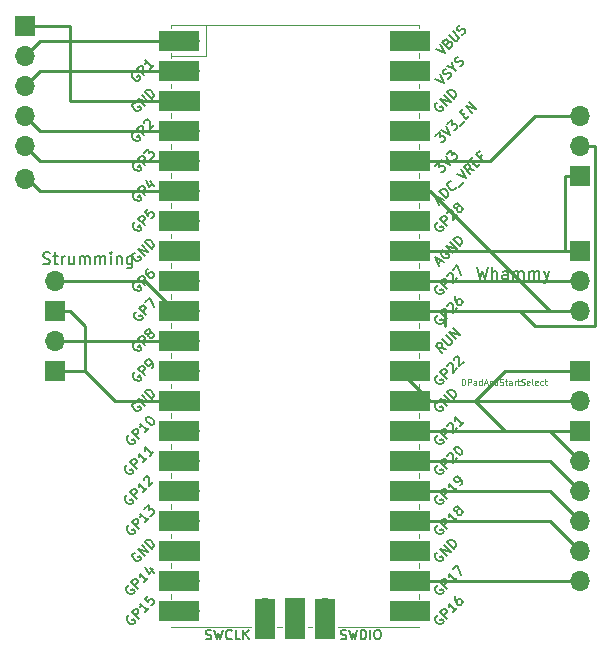
<source format=gbr>
%TF.GenerationSoftware,KiCad,Pcbnew,7.0.7*%
%TF.CreationDate,2023-08-16T20:11:19-07:00*%
%TF.ProjectId,GuitarwithGround,47756974-6172-4776-9974-6847726f756e,rev?*%
%TF.SameCoordinates,Original*%
%TF.FileFunction,Paste,Top*%
%TF.FilePolarity,Positive*%
%FSLAX46Y46*%
G04 Gerber Fmt 4.6, Leading zero omitted, Abs format (unit mm)*
G04 Created by KiCad (PCBNEW 7.0.7) date 2023-08-16 20:11:19*
%MOMM*%
%LPD*%
G01*
G04 APERTURE LIST*
%TA.AperFunction,ComponentPad*%
%ADD10R,1.700000X1.700000*%
%TD*%
%TA.AperFunction,ComponentPad*%
%ADD11O,1.700000X1.700000*%
%TD*%
%TA.AperFunction,SMDPad,CuDef*%
%ADD12R,3.500000X1.700000*%
%TD*%
%TA.AperFunction,SMDPad,CuDef*%
%ADD13R,1.700000X3.500000*%
%TD*%
%TA.AperFunction,Conductor*%
%ADD14C,0.250000*%
%TD*%
%ADD15C,0.125000*%
%ADD16C,0.150000*%
%ADD17C,0.120000*%
G04 APERTURE END LIST*
D10*
%TO.P,,13*%
%TO.N,N/C*%
X124460000Y-100330000D03*
%TD*%
D11*
%TO.P,,36*%
%TO.N,N/C*%
X168910000Y-86360000D03*
%TD*%
%TO.P,,31*%
%TO.N,N/C*%
X168910000Y-100330000D03*
%TD*%
D10*
%TO.P,,28*%
%TO.N,N/C*%
X168910000Y-110490000D03*
%TD*%
D11*
%TO.P,,1*%
%TO.N,N/C*%
X121920000Y-81280000D03*
%TD*%
%TO.P,,30*%
%TO.N,N/C*%
X168910000Y-113030000D03*
%TD*%
%TO.P,,9*%
%TO.N,N/C*%
X124460000Y-102870000D03*
%TD*%
%TO.P,,9*%
%TO.N,N/C*%
X124460000Y-97790000D03*
%TD*%
D10*
%TO.P,,3*%
%TO.N,N/C*%
X121920000Y-76200000D03*
%TD*%
D11*
%TO.P,,1*%
%TO.N,N/C*%
X121920000Y-78740000D03*
%TD*%
%TO.P,REF\u002A\u002A,1*%
%TO.N,N/C*%
X135890000Y-77470000D03*
D12*
X134990000Y-77470000D03*
D11*
%TO.P,REF\u002A\u002A,2*%
X135890000Y-80010000D03*
D12*
X134990000Y-80010000D03*
D10*
%TO.P,REF\u002A\u002A,3*%
X135890000Y-82550000D03*
D12*
X134990000Y-82550000D03*
D11*
%TO.P,REF\u002A\u002A,4*%
X135890000Y-85090000D03*
D12*
X134990000Y-85090000D03*
D11*
%TO.P,REF\u002A\u002A,5*%
X135890000Y-87630000D03*
D12*
X134990000Y-87630000D03*
D11*
%TO.P,REF\u002A\u002A,6*%
X135890000Y-90170000D03*
D12*
X134990000Y-90170000D03*
D11*
%TO.P,REF\u002A\u002A,7*%
X135890000Y-92710000D03*
D12*
X134990000Y-92710000D03*
D10*
%TO.P,REF\u002A\u002A,8*%
X135890000Y-95250000D03*
D12*
X134990000Y-95250000D03*
D11*
%TO.P,REF\u002A\u002A,9*%
X135890000Y-97790000D03*
D12*
X134990000Y-97790000D03*
D11*
%TO.P,REF\u002A\u002A,10*%
X135890000Y-100330000D03*
D12*
X134990000Y-100330000D03*
D11*
%TO.P,REF\u002A\u002A,11*%
X135890000Y-102870000D03*
D12*
X134990000Y-102870000D03*
D11*
%TO.P,REF\u002A\u002A,12*%
X135890000Y-105410000D03*
D12*
X134990000Y-105410000D03*
D10*
%TO.P,REF\u002A\u002A,13*%
X135890000Y-107950000D03*
D12*
X134990000Y-107950000D03*
D11*
%TO.P,REF\u002A\u002A,14*%
X135890000Y-110490000D03*
D12*
X134990000Y-110490000D03*
D11*
%TO.P,REF\u002A\u002A,15*%
X135890000Y-113030000D03*
D12*
X134990000Y-113030000D03*
D11*
%TO.P,REF\u002A\u002A,16*%
X135890000Y-115570000D03*
D12*
X134990000Y-115570000D03*
D11*
%TO.P,REF\u002A\u002A,17*%
X135890000Y-118110000D03*
D12*
X134990000Y-118110000D03*
D10*
%TO.P,REF\u002A\u002A,18*%
X135890000Y-120650000D03*
D12*
X134990000Y-120650000D03*
D11*
%TO.P,REF\u002A\u002A,19*%
X135890000Y-123190000D03*
D12*
X134990000Y-123190000D03*
D11*
%TO.P,REF\u002A\u002A,20*%
X135890000Y-125730000D03*
D12*
X134990000Y-125730000D03*
D11*
%TO.P,REF\u002A\u002A,21*%
X153670000Y-125730000D03*
D12*
X154570000Y-125730000D03*
D11*
%TO.P,REF\u002A\u002A,22*%
X153670000Y-123190000D03*
D12*
X154570000Y-123190000D03*
D10*
%TO.P,REF\u002A\u002A,23*%
X153670000Y-120650000D03*
D12*
X154570000Y-120650000D03*
D11*
%TO.P,REF\u002A\u002A,24*%
X153670000Y-118110000D03*
D12*
X154570000Y-118110000D03*
D11*
%TO.P,REF\u002A\u002A,25*%
X153670000Y-115570000D03*
D12*
X154570000Y-115570000D03*
D11*
%TO.P,REF\u002A\u002A,26*%
X153670000Y-113030000D03*
D12*
X154570000Y-113030000D03*
D11*
%TO.P,REF\u002A\u002A,27*%
X153670000Y-110490000D03*
D12*
X154570000Y-110490000D03*
D10*
%TO.P,REF\u002A\u002A,28*%
X153670000Y-107950000D03*
D12*
X154570000Y-107950000D03*
D11*
%TO.P,REF\u002A\u002A,29*%
X153670000Y-105410000D03*
D12*
X154570000Y-105410000D03*
D11*
%TO.P,REF\u002A\u002A,30*%
X153670000Y-102870000D03*
D12*
X154570000Y-102870000D03*
D11*
%TO.P,REF\u002A\u002A,31*%
X153670000Y-100330000D03*
D12*
X154570000Y-100330000D03*
D11*
%TO.P,REF\u002A\u002A,32*%
X153670000Y-97790000D03*
D12*
X154570000Y-97790000D03*
D10*
%TO.P,REF\u002A\u002A,33*%
X153670000Y-95250000D03*
D12*
X154570000Y-95250000D03*
D11*
%TO.P,REF\u002A\u002A,34*%
X153670000Y-92710000D03*
D12*
X154570000Y-92710000D03*
D11*
%TO.P,REF\u002A\u002A,35*%
X153670000Y-90170000D03*
D12*
X154570000Y-90170000D03*
D11*
%TO.P,REF\u002A\u002A,36*%
X153670000Y-87630000D03*
D12*
X154570000Y-87630000D03*
D11*
%TO.P,REF\u002A\u002A,37*%
X153670000Y-85090000D03*
D12*
X154570000Y-85090000D03*
D10*
%TO.P,REF\u002A\u002A,38*%
X153670000Y-82550000D03*
D12*
X154570000Y-82550000D03*
D11*
%TO.P,REF\u002A\u002A,39*%
X153670000Y-80010000D03*
D12*
X154570000Y-80010000D03*
D11*
%TO.P,REF\u002A\u002A,40*%
X153670000Y-77470000D03*
D12*
X154570000Y-77470000D03*
D11*
%TO.P,REF\u002A\u002A,41*%
X142240000Y-125500000D03*
D13*
X142240000Y-126400000D03*
D10*
%TO.P,REF\u002A\u002A,42*%
X144780000Y-125500000D03*
D13*
X144780000Y-126400000D03*
D11*
%TO.P,REF\u002A\u002A,43*%
X147320000Y-125500000D03*
D13*
X147320000Y-126400000D03*
%TD*%
D10*
%TO.P,,28*%
%TO.N,N/C*%
X168910000Y-105410000D03*
%TD*%
D11*
%TO.P,,32*%
%TO.N,N/C*%
X168910000Y-97790000D03*
%TD*%
%TO.P,,30*%
%TO.N,N/C*%
X168910000Y-120650000D03*
%TD*%
%TO.P,,30*%
%TO.N,N/C*%
X168910000Y-107950000D03*
%TD*%
%TO.P,,30*%
%TO.N,N/C*%
X168953025Y-123208536D03*
%TD*%
D10*
%TO.P,,13*%
%TO.N,N/C*%
X124460000Y-105410000D03*
%TD*%
%TO.P,,28*%
%TO.N,N/C*%
X168910000Y-95250000D03*
%TD*%
D11*
%TO.P,,1*%
%TO.N,N/C*%
X121920000Y-78740000D03*
%TD*%
%TO.P,,35*%
%TO.N,N/C*%
X168910000Y-83820000D03*
%TD*%
D10*
%TO.P,,33*%
%TO.N,N/C*%
X168910000Y-88900000D03*
%TD*%
D11*
%TO.P,,30*%
%TO.N,N/C*%
X168910000Y-115570000D03*
%TD*%
%TO.P,,1*%
%TO.N,N/C*%
X121920000Y-83820000D03*
%TD*%
%TO.P,,1*%
%TO.N,N/C*%
X121920000Y-86360000D03*
%TD*%
%TO.P,,1*%
%TO.N,N/C*%
X121937378Y-89136238D03*
%TD*%
%TO.P,,30*%
%TO.N,N/C*%
X168910000Y-118110000D03*
%TD*%
D14*
%TO.N,*%
X165100000Y-83820000D02*
X168910000Y-83820000D01*
X157480000Y-100330000D02*
X168910000Y-100330000D01*
X161290000Y-87630000D02*
X165100000Y-83820000D01*
X166370000Y-110490000D02*
X168910000Y-113030000D01*
X123190000Y-87630000D02*
X121920000Y-86360000D01*
X134620000Y-100330000D02*
X132080000Y-97790000D01*
X123190000Y-77470000D02*
X121920000Y-78740000D01*
X153670000Y-95250000D02*
X167640000Y-95250000D01*
X153670000Y-113030000D02*
X166370000Y-113030000D01*
X123190000Y-80010000D02*
X121920000Y-81280000D01*
X123190000Y-90170000D02*
X121920000Y-88900000D01*
X153670000Y-105410000D02*
X156210000Y-107950000D01*
X153670000Y-87630000D02*
X161290000Y-87630000D01*
X153670000Y-110490000D02*
X166370000Y-110490000D01*
X135890000Y-87630000D02*
X123190000Y-87630000D01*
X153670000Y-123190000D02*
X168910000Y-123190000D01*
X135890000Y-90170000D02*
X123190000Y-90170000D01*
X135890000Y-80010000D02*
X123190000Y-80010000D01*
X153670000Y-118110000D02*
X166370000Y-118110000D01*
X135890000Y-85090000D02*
X123190000Y-85090000D01*
X167640000Y-95250000D02*
X168910000Y-95250000D01*
X123190000Y-85090000D02*
X121920000Y-83820000D01*
X132080000Y-97790000D02*
X124460000Y-97790000D01*
X166370000Y-118110000D02*
X168910000Y-120650000D01*
X135890000Y-77470000D02*
X123190000Y-77470000D01*
X167640000Y-88900000D02*
X168910000Y-88900000D01*
X153670000Y-115570000D02*
X166370000Y-115570000D01*
X135890000Y-102870000D02*
X124460000Y-102870000D01*
X167640000Y-95250000D02*
X167640000Y-88900000D01*
X153670000Y-97790000D02*
X168910000Y-97790000D01*
X156210000Y-107950000D02*
X168910000Y-107950000D01*
X166370000Y-113030000D02*
X168910000Y-115570000D01*
X135890000Y-100330000D02*
X134620000Y-100330000D01*
X157480000Y-101600000D02*
X157480000Y-100330000D01*
X166370000Y-115570000D02*
X168910000Y-118110000D01*
%TD*%
D10*
%TO.P,,13*%
%TO.N,N/C*%
X124460000Y-100330000D03*
%TD*%
D11*
%TO.P,,36*%
%TO.N,N/C*%
X168910000Y-86360000D03*
%TD*%
%TO.P,,31*%
%TO.N,N/C*%
X168910000Y-100330000D03*
%TD*%
D10*
%TO.P,,28*%
%TO.N,N/C*%
X168910000Y-110490000D03*
%TD*%
D11*
%TO.P,,1*%
%TO.N,N/C*%
X121920000Y-81280000D03*
%TD*%
%TO.P,,30*%
%TO.N,N/C*%
X168910000Y-113030000D03*
%TD*%
%TO.P,,9*%
%TO.N,N/C*%
X124460000Y-102870000D03*
%TD*%
%TO.P,,9*%
%TO.N,N/C*%
X124460000Y-97790000D03*
%TD*%
D10*
%TO.P,,3*%
%TO.N,N/C*%
X121920000Y-76200000D03*
%TD*%
D11*
%TO.P,,1*%
%TO.N,N/C*%
X121920000Y-78740000D03*
%TD*%
%TO.P,REF\u002A\u002A,1*%
%TO.N,N/C*%
X135890000Y-77470000D03*
%TO.P,REF\u002A\u002A,2*%
X135890000Y-80010000D03*
D10*
%TO.P,REF\u002A\u002A,3*%
X135890000Y-82550000D03*
D11*
%TO.P,REF\u002A\u002A,4*%
X135890000Y-85090000D03*
%TO.P,REF\u002A\u002A,5*%
X135890000Y-87630000D03*
%TO.P,REF\u002A\u002A,6*%
X135890000Y-90170000D03*
%TO.P,REF\u002A\u002A,7*%
X135890000Y-92710000D03*
D10*
%TO.P,REF\u002A\u002A,8*%
X135890000Y-95250000D03*
D11*
%TO.P,REF\u002A\u002A,9*%
X135890000Y-97790000D03*
%TO.P,REF\u002A\u002A,10*%
X135890000Y-100330000D03*
%TO.P,REF\u002A\u002A,11*%
X135890000Y-102870000D03*
%TO.P,REF\u002A\u002A,12*%
X135890000Y-105410000D03*
D10*
%TO.P,REF\u002A\u002A,13*%
X135890000Y-107950000D03*
D11*
%TO.P,REF\u002A\u002A,14*%
X135890000Y-110490000D03*
%TO.P,REF\u002A\u002A,15*%
X135890000Y-113030000D03*
%TO.P,REF\u002A\u002A,16*%
X135890000Y-115570000D03*
%TO.P,REF\u002A\u002A,17*%
X135890000Y-118110000D03*
D10*
%TO.P,REF\u002A\u002A,18*%
X135890000Y-120650000D03*
D11*
%TO.P,REF\u002A\u002A,19*%
X135890000Y-123190000D03*
%TO.P,REF\u002A\u002A,20*%
X135890000Y-125730000D03*
%TO.P,REF\u002A\u002A,21*%
X153670000Y-125730000D03*
%TO.P,REF\u002A\u002A,22*%
X153670000Y-123190000D03*
D10*
%TO.P,REF\u002A\u002A,23*%
X153670000Y-120650000D03*
D11*
%TO.P,REF\u002A\u002A,24*%
X153670000Y-118110000D03*
%TO.P,REF\u002A\u002A,25*%
X153670000Y-115570000D03*
%TO.P,REF\u002A\u002A,26*%
X153670000Y-113030000D03*
%TO.P,REF\u002A\u002A,27*%
X153670000Y-110490000D03*
D10*
%TO.P,REF\u002A\u002A,28*%
X153670000Y-107950000D03*
D11*
%TO.P,REF\u002A\u002A,29*%
X153670000Y-105410000D03*
%TO.P,REF\u002A\u002A,30*%
X153670000Y-102870000D03*
%TO.P,REF\u002A\u002A,31*%
X153670000Y-100330000D03*
%TO.P,REF\u002A\u002A,32*%
X153670000Y-97790000D03*
D10*
%TO.P,REF\u002A\u002A,33*%
X153670000Y-95250000D03*
D11*
%TO.P,REF\u002A\u002A,34*%
X153670000Y-92710000D03*
%TO.P,REF\u002A\u002A,35*%
X153670000Y-90170000D03*
%TO.P,REF\u002A\u002A,36*%
X153670000Y-87630000D03*
%TO.P,REF\u002A\u002A,37*%
X153670000Y-85090000D03*
D10*
%TO.P,REF\u002A\u002A,38*%
X153670000Y-82550000D03*
D11*
%TO.P,REF\u002A\u002A,39*%
X153670000Y-80010000D03*
%TO.P,REF\u002A\u002A,40*%
X153670000Y-77470000D03*
%TO.P,REF\u002A\u002A,41*%
X142240000Y-125500000D03*
D10*
%TO.P,REF\u002A\u002A,42*%
X144780000Y-125500000D03*
D11*
%TO.P,REF\u002A\u002A,43*%
X147320000Y-125500000D03*
%TD*%
D10*
%TO.P,,28*%
%TO.N,N/C*%
X168910000Y-105410000D03*
%TD*%
D11*
%TO.P,,32*%
%TO.N,N/C*%
X168910000Y-97790000D03*
%TD*%
%TO.P,,30*%
%TO.N,N/C*%
X168910000Y-120650000D03*
%TD*%
%TO.P,,30*%
%TO.N,N/C*%
X168910000Y-107950000D03*
%TD*%
%TO.P,,30*%
%TO.N,N/C*%
X168953025Y-123208536D03*
%TD*%
D10*
%TO.P,,13*%
%TO.N,N/C*%
X124460000Y-105410000D03*
%TD*%
%TO.P,,28*%
%TO.N,N/C*%
X168910000Y-95250000D03*
%TD*%
D11*
%TO.P,,1*%
%TO.N,N/C*%
X121920000Y-78740000D03*
%TD*%
%TO.P,,35*%
%TO.N,N/C*%
X168910000Y-83820000D03*
%TD*%
D10*
%TO.P,,33*%
%TO.N,N/C*%
X168910000Y-88900000D03*
%TD*%
D11*
%TO.P,,30*%
%TO.N,N/C*%
X168910000Y-115570000D03*
%TD*%
%TO.P,,1*%
%TO.N,N/C*%
X121920000Y-83820000D03*
%TD*%
%TO.P,,1*%
%TO.N,N/C*%
X121920000Y-86360000D03*
%TD*%
%TO.P,,1*%
%TO.N,N/C*%
X121937378Y-89136238D03*
%TD*%
%TO.P,,30*%
%TO.N,N/C*%
X168910000Y-118110000D03*
%TD*%
D14*
%TO.N,*%
X170180000Y-86360000D02*
X168910000Y-86360000D01*
X160020000Y-107950000D02*
X153670000Y-107950000D01*
X160020000Y-107950000D02*
X162560000Y-110490000D01*
X125730000Y-100330000D02*
X127000000Y-101600000D01*
X127000000Y-101600000D02*
X127000000Y-105410000D01*
X127000000Y-105410000D02*
X129540000Y-107950000D01*
X127000000Y-105410000D02*
X124460000Y-105410000D01*
X153670000Y-90170000D02*
X156210000Y-90170000D01*
X170180000Y-101600000D02*
X170180000Y-86360000D01*
X162560000Y-105410000D02*
X160020000Y-107950000D01*
X166370000Y-100330000D02*
X168910000Y-100330000D01*
X125730000Y-82550000D02*
X135890000Y-82550000D01*
X153670000Y-100330000D02*
X163830000Y-100330000D01*
X129540000Y-107950000D02*
X135890000Y-107950000D01*
X156210000Y-90170000D02*
X166370000Y-100330000D01*
X162560000Y-105410000D02*
X168910000Y-105410000D01*
X165100000Y-101600000D02*
X170180000Y-101600000D01*
X125730000Y-76200000D02*
X121920000Y-76200000D01*
X125730000Y-76200000D02*
X125730000Y-82550000D01*
X124460000Y-100330000D02*
X125730000Y-100330000D01*
X163830000Y-100330000D02*
X165100000Y-101600000D01*
X162560000Y-110490000D02*
X168910000Y-110490000D01*
%TD*%
D15*
X158951283Y-106612309D02*
X158951283Y-106112309D01*
X158951283Y-106112309D02*
X159070331Y-106112309D01*
X159070331Y-106112309D02*
X159141759Y-106136119D01*
X159141759Y-106136119D02*
X159189378Y-106183738D01*
X159189378Y-106183738D02*
X159213188Y-106231357D01*
X159213188Y-106231357D02*
X159236997Y-106326595D01*
X159236997Y-106326595D02*
X159236997Y-106398023D01*
X159236997Y-106398023D02*
X159213188Y-106493261D01*
X159213188Y-106493261D02*
X159189378Y-106540880D01*
X159189378Y-106540880D02*
X159141759Y-106588500D01*
X159141759Y-106588500D02*
X159070331Y-106612309D01*
X159070331Y-106612309D02*
X158951283Y-106612309D01*
X159451283Y-106612309D02*
X159451283Y-106112309D01*
X159451283Y-106112309D02*
X159641759Y-106112309D01*
X159641759Y-106112309D02*
X159689378Y-106136119D01*
X159689378Y-106136119D02*
X159713188Y-106159928D01*
X159713188Y-106159928D02*
X159736997Y-106207547D01*
X159736997Y-106207547D02*
X159736997Y-106278976D01*
X159736997Y-106278976D02*
X159713188Y-106326595D01*
X159713188Y-106326595D02*
X159689378Y-106350404D01*
X159689378Y-106350404D02*
X159641759Y-106374214D01*
X159641759Y-106374214D02*
X159451283Y-106374214D01*
X160165569Y-106612309D02*
X160165569Y-106350404D01*
X160165569Y-106350404D02*
X160141759Y-106302785D01*
X160141759Y-106302785D02*
X160094140Y-106278976D01*
X160094140Y-106278976D02*
X159998902Y-106278976D01*
X159998902Y-106278976D02*
X159951283Y-106302785D01*
X160165569Y-106588500D02*
X160117950Y-106612309D01*
X160117950Y-106612309D02*
X159998902Y-106612309D01*
X159998902Y-106612309D02*
X159951283Y-106588500D01*
X159951283Y-106588500D02*
X159927474Y-106540880D01*
X159927474Y-106540880D02*
X159927474Y-106493261D01*
X159927474Y-106493261D02*
X159951283Y-106445642D01*
X159951283Y-106445642D02*
X159998902Y-106421833D01*
X159998902Y-106421833D02*
X160117950Y-106421833D01*
X160117950Y-106421833D02*
X160165569Y-106398023D01*
X160617950Y-106612309D02*
X160617950Y-106112309D01*
X160617950Y-106588500D02*
X160570331Y-106612309D01*
X160570331Y-106612309D02*
X160475093Y-106612309D01*
X160475093Y-106612309D02*
X160427474Y-106588500D01*
X160427474Y-106588500D02*
X160403664Y-106564690D01*
X160403664Y-106564690D02*
X160379855Y-106517071D01*
X160379855Y-106517071D02*
X160379855Y-106374214D01*
X160379855Y-106374214D02*
X160403664Y-106326595D01*
X160403664Y-106326595D02*
X160427474Y-106302785D01*
X160427474Y-106302785D02*
X160475093Y-106278976D01*
X160475093Y-106278976D02*
X160570331Y-106278976D01*
X160570331Y-106278976D02*
X160617950Y-106302785D01*
X160832236Y-106469452D02*
X161070331Y-106469452D01*
X160784617Y-106612309D02*
X160951283Y-106112309D01*
X160951283Y-106112309D02*
X161117950Y-106612309D01*
X161284616Y-106278976D02*
X161284616Y-106612309D01*
X161284616Y-106326595D02*
X161308426Y-106302785D01*
X161308426Y-106302785D02*
X161356045Y-106278976D01*
X161356045Y-106278976D02*
X161427473Y-106278976D01*
X161427473Y-106278976D02*
X161475092Y-106302785D01*
X161475092Y-106302785D02*
X161498902Y-106350404D01*
X161498902Y-106350404D02*
X161498902Y-106612309D01*
X161951283Y-106612309D02*
X161951283Y-106112309D01*
X161951283Y-106588500D02*
X161903664Y-106612309D01*
X161903664Y-106612309D02*
X161808426Y-106612309D01*
X161808426Y-106612309D02*
X161760807Y-106588500D01*
X161760807Y-106588500D02*
X161736997Y-106564690D01*
X161736997Y-106564690D02*
X161713188Y-106517071D01*
X161713188Y-106517071D02*
X161713188Y-106374214D01*
X161713188Y-106374214D02*
X161736997Y-106326595D01*
X161736997Y-106326595D02*
X161760807Y-106302785D01*
X161760807Y-106302785D02*
X161808426Y-106278976D01*
X161808426Y-106278976D02*
X161903664Y-106278976D01*
X161903664Y-106278976D02*
X161951283Y-106302785D01*
X162165569Y-106588500D02*
X162236997Y-106612309D01*
X162236997Y-106612309D02*
X162356045Y-106612309D01*
X162356045Y-106612309D02*
X162403664Y-106588500D01*
X162403664Y-106588500D02*
X162427473Y-106564690D01*
X162427473Y-106564690D02*
X162451283Y-106517071D01*
X162451283Y-106517071D02*
X162451283Y-106469452D01*
X162451283Y-106469452D02*
X162427473Y-106421833D01*
X162427473Y-106421833D02*
X162403664Y-106398023D01*
X162403664Y-106398023D02*
X162356045Y-106374214D01*
X162356045Y-106374214D02*
X162260807Y-106350404D01*
X162260807Y-106350404D02*
X162213188Y-106326595D01*
X162213188Y-106326595D02*
X162189378Y-106302785D01*
X162189378Y-106302785D02*
X162165569Y-106255166D01*
X162165569Y-106255166D02*
X162165569Y-106207547D01*
X162165569Y-106207547D02*
X162189378Y-106159928D01*
X162189378Y-106159928D02*
X162213188Y-106136119D01*
X162213188Y-106136119D02*
X162260807Y-106112309D01*
X162260807Y-106112309D02*
X162379854Y-106112309D01*
X162379854Y-106112309D02*
X162451283Y-106136119D01*
X162594140Y-106278976D02*
X162784616Y-106278976D01*
X162665568Y-106112309D02*
X162665568Y-106540880D01*
X162665568Y-106540880D02*
X162689378Y-106588500D01*
X162689378Y-106588500D02*
X162736997Y-106612309D01*
X162736997Y-106612309D02*
X162784616Y-106612309D01*
X163165568Y-106612309D02*
X163165568Y-106350404D01*
X163165568Y-106350404D02*
X163141758Y-106302785D01*
X163141758Y-106302785D02*
X163094139Y-106278976D01*
X163094139Y-106278976D02*
X162998901Y-106278976D01*
X162998901Y-106278976D02*
X162951282Y-106302785D01*
X163165568Y-106588500D02*
X163117949Y-106612309D01*
X163117949Y-106612309D02*
X162998901Y-106612309D01*
X162998901Y-106612309D02*
X162951282Y-106588500D01*
X162951282Y-106588500D02*
X162927473Y-106540880D01*
X162927473Y-106540880D02*
X162927473Y-106493261D01*
X162927473Y-106493261D02*
X162951282Y-106445642D01*
X162951282Y-106445642D02*
X162998901Y-106421833D01*
X162998901Y-106421833D02*
X163117949Y-106421833D01*
X163117949Y-106421833D02*
X163165568Y-106398023D01*
X163403663Y-106612309D02*
X163403663Y-106278976D01*
X163403663Y-106374214D02*
X163427473Y-106326595D01*
X163427473Y-106326595D02*
X163451282Y-106302785D01*
X163451282Y-106302785D02*
X163498901Y-106278976D01*
X163498901Y-106278976D02*
X163546520Y-106278976D01*
X163641759Y-106278976D02*
X163832235Y-106278976D01*
X163713187Y-106112309D02*
X163713187Y-106540880D01*
X163713187Y-106540880D02*
X163736997Y-106588500D01*
X163736997Y-106588500D02*
X163784616Y-106612309D01*
X163784616Y-106612309D02*
X163832235Y-106612309D01*
X163975092Y-106588500D02*
X164046520Y-106612309D01*
X164046520Y-106612309D02*
X164165568Y-106612309D01*
X164165568Y-106612309D02*
X164213187Y-106588500D01*
X164213187Y-106588500D02*
X164236996Y-106564690D01*
X164236996Y-106564690D02*
X164260806Y-106517071D01*
X164260806Y-106517071D02*
X164260806Y-106469452D01*
X164260806Y-106469452D02*
X164236996Y-106421833D01*
X164236996Y-106421833D02*
X164213187Y-106398023D01*
X164213187Y-106398023D02*
X164165568Y-106374214D01*
X164165568Y-106374214D02*
X164070330Y-106350404D01*
X164070330Y-106350404D02*
X164022711Y-106326595D01*
X164022711Y-106326595D02*
X163998901Y-106302785D01*
X163998901Y-106302785D02*
X163975092Y-106255166D01*
X163975092Y-106255166D02*
X163975092Y-106207547D01*
X163975092Y-106207547D02*
X163998901Y-106159928D01*
X163998901Y-106159928D02*
X164022711Y-106136119D01*
X164022711Y-106136119D02*
X164070330Y-106112309D01*
X164070330Y-106112309D02*
X164189377Y-106112309D01*
X164189377Y-106112309D02*
X164260806Y-106136119D01*
X164665567Y-106588500D02*
X164617948Y-106612309D01*
X164617948Y-106612309D02*
X164522710Y-106612309D01*
X164522710Y-106612309D02*
X164475091Y-106588500D01*
X164475091Y-106588500D02*
X164451282Y-106540880D01*
X164451282Y-106540880D02*
X164451282Y-106350404D01*
X164451282Y-106350404D02*
X164475091Y-106302785D01*
X164475091Y-106302785D02*
X164522710Y-106278976D01*
X164522710Y-106278976D02*
X164617948Y-106278976D01*
X164617948Y-106278976D02*
X164665567Y-106302785D01*
X164665567Y-106302785D02*
X164689377Y-106350404D01*
X164689377Y-106350404D02*
X164689377Y-106398023D01*
X164689377Y-106398023D02*
X164451282Y-106445642D01*
X164975091Y-106612309D02*
X164927472Y-106588500D01*
X164927472Y-106588500D02*
X164903662Y-106540880D01*
X164903662Y-106540880D02*
X164903662Y-106112309D01*
X165356043Y-106588500D02*
X165308424Y-106612309D01*
X165308424Y-106612309D02*
X165213186Y-106612309D01*
X165213186Y-106612309D02*
X165165567Y-106588500D01*
X165165567Y-106588500D02*
X165141758Y-106540880D01*
X165141758Y-106540880D02*
X165141758Y-106350404D01*
X165141758Y-106350404D02*
X165165567Y-106302785D01*
X165165567Y-106302785D02*
X165213186Y-106278976D01*
X165213186Y-106278976D02*
X165308424Y-106278976D01*
X165308424Y-106278976D02*
X165356043Y-106302785D01*
X165356043Y-106302785D02*
X165379853Y-106350404D01*
X165379853Y-106350404D02*
X165379853Y-106398023D01*
X165379853Y-106398023D02*
X165141758Y-106445642D01*
X165808424Y-106588500D02*
X165760805Y-106612309D01*
X165760805Y-106612309D02*
X165665567Y-106612309D01*
X165665567Y-106612309D02*
X165617948Y-106588500D01*
X165617948Y-106588500D02*
X165594138Y-106564690D01*
X165594138Y-106564690D02*
X165570329Y-106517071D01*
X165570329Y-106517071D02*
X165570329Y-106374214D01*
X165570329Y-106374214D02*
X165594138Y-106326595D01*
X165594138Y-106326595D02*
X165617948Y-106302785D01*
X165617948Y-106302785D02*
X165665567Y-106278976D01*
X165665567Y-106278976D02*
X165760805Y-106278976D01*
X165760805Y-106278976D02*
X165808424Y-106302785D01*
X165951281Y-106278976D02*
X166141757Y-106278976D01*
X166022709Y-106112309D02*
X166022709Y-106540880D01*
X166022709Y-106540880D02*
X166046519Y-106588500D01*
X166046519Y-106588500D02*
X166094138Y-106612309D01*
X166094138Y-106612309D02*
X166141757Y-106612309D01*
D16*
X160261541Y-96659819D02*
X160499636Y-97659819D01*
X160499636Y-97659819D02*
X160690112Y-96945533D01*
X160690112Y-96945533D02*
X160880588Y-97659819D01*
X160880588Y-97659819D02*
X161118684Y-96659819D01*
X161499636Y-97659819D02*
X161499636Y-96659819D01*
X161928207Y-97659819D02*
X161928207Y-97136009D01*
X161928207Y-97136009D02*
X161880588Y-97040771D01*
X161880588Y-97040771D02*
X161785350Y-96993152D01*
X161785350Y-96993152D02*
X161642493Y-96993152D01*
X161642493Y-96993152D02*
X161547255Y-97040771D01*
X161547255Y-97040771D02*
X161499636Y-97088390D01*
X162832969Y-97659819D02*
X162832969Y-97136009D01*
X162832969Y-97136009D02*
X162785350Y-97040771D01*
X162785350Y-97040771D02*
X162690112Y-96993152D01*
X162690112Y-96993152D02*
X162499636Y-96993152D01*
X162499636Y-96993152D02*
X162404398Y-97040771D01*
X162832969Y-97612200D02*
X162737731Y-97659819D01*
X162737731Y-97659819D02*
X162499636Y-97659819D01*
X162499636Y-97659819D02*
X162404398Y-97612200D01*
X162404398Y-97612200D02*
X162356779Y-97516961D01*
X162356779Y-97516961D02*
X162356779Y-97421723D01*
X162356779Y-97421723D02*
X162404398Y-97326485D01*
X162404398Y-97326485D02*
X162499636Y-97278866D01*
X162499636Y-97278866D02*
X162737731Y-97278866D01*
X162737731Y-97278866D02*
X162832969Y-97231247D01*
X163309160Y-97659819D02*
X163309160Y-96993152D01*
X163309160Y-97088390D02*
X163356779Y-97040771D01*
X163356779Y-97040771D02*
X163452017Y-96993152D01*
X163452017Y-96993152D02*
X163594874Y-96993152D01*
X163594874Y-96993152D02*
X163690112Y-97040771D01*
X163690112Y-97040771D02*
X163737731Y-97136009D01*
X163737731Y-97136009D02*
X163737731Y-97659819D01*
X163737731Y-97136009D02*
X163785350Y-97040771D01*
X163785350Y-97040771D02*
X163880588Y-96993152D01*
X163880588Y-96993152D02*
X164023445Y-96993152D01*
X164023445Y-96993152D02*
X164118684Y-97040771D01*
X164118684Y-97040771D02*
X164166303Y-97136009D01*
X164166303Y-97136009D02*
X164166303Y-97659819D01*
X164642493Y-97659819D02*
X164642493Y-96993152D01*
X164642493Y-97088390D02*
X164690112Y-97040771D01*
X164690112Y-97040771D02*
X164785350Y-96993152D01*
X164785350Y-96993152D02*
X164928207Y-96993152D01*
X164928207Y-96993152D02*
X165023445Y-97040771D01*
X165023445Y-97040771D02*
X165071064Y-97136009D01*
X165071064Y-97136009D02*
X165071064Y-97659819D01*
X165071064Y-97136009D02*
X165118683Y-97040771D01*
X165118683Y-97040771D02*
X165213921Y-96993152D01*
X165213921Y-96993152D02*
X165356778Y-96993152D01*
X165356778Y-96993152D02*
X165452017Y-97040771D01*
X165452017Y-97040771D02*
X165499636Y-97136009D01*
X165499636Y-97136009D02*
X165499636Y-97659819D01*
X165880588Y-96993152D02*
X166118683Y-97659819D01*
X166356778Y-96993152D02*
X166118683Y-97659819D01*
X166118683Y-97659819D02*
X166023445Y-97897914D01*
X166023445Y-97897914D02*
X165975826Y-97945533D01*
X165975826Y-97945533D02*
X165880588Y-97993152D01*
X123479160Y-96342200D02*
X123622017Y-96389819D01*
X123622017Y-96389819D02*
X123860112Y-96389819D01*
X123860112Y-96389819D02*
X123955350Y-96342200D01*
X123955350Y-96342200D02*
X124002969Y-96294580D01*
X124002969Y-96294580D02*
X124050588Y-96199342D01*
X124050588Y-96199342D02*
X124050588Y-96104104D01*
X124050588Y-96104104D02*
X124002969Y-96008866D01*
X124002969Y-96008866D02*
X123955350Y-95961247D01*
X123955350Y-95961247D02*
X123860112Y-95913628D01*
X123860112Y-95913628D02*
X123669636Y-95866009D01*
X123669636Y-95866009D02*
X123574398Y-95818390D01*
X123574398Y-95818390D02*
X123526779Y-95770771D01*
X123526779Y-95770771D02*
X123479160Y-95675533D01*
X123479160Y-95675533D02*
X123479160Y-95580295D01*
X123479160Y-95580295D02*
X123526779Y-95485057D01*
X123526779Y-95485057D02*
X123574398Y-95437438D01*
X123574398Y-95437438D02*
X123669636Y-95389819D01*
X123669636Y-95389819D02*
X123907731Y-95389819D01*
X123907731Y-95389819D02*
X124050588Y-95437438D01*
X124336303Y-95723152D02*
X124717255Y-95723152D01*
X124479160Y-95389819D02*
X124479160Y-96246961D01*
X124479160Y-96246961D02*
X124526779Y-96342200D01*
X124526779Y-96342200D02*
X124622017Y-96389819D01*
X124622017Y-96389819D02*
X124717255Y-96389819D01*
X125050589Y-96389819D02*
X125050589Y-95723152D01*
X125050589Y-95913628D02*
X125098208Y-95818390D01*
X125098208Y-95818390D02*
X125145827Y-95770771D01*
X125145827Y-95770771D02*
X125241065Y-95723152D01*
X125241065Y-95723152D02*
X125336303Y-95723152D01*
X126098208Y-95723152D02*
X126098208Y-96389819D01*
X125669637Y-95723152D02*
X125669637Y-96246961D01*
X125669637Y-96246961D02*
X125717256Y-96342200D01*
X125717256Y-96342200D02*
X125812494Y-96389819D01*
X125812494Y-96389819D02*
X125955351Y-96389819D01*
X125955351Y-96389819D02*
X126050589Y-96342200D01*
X126050589Y-96342200D02*
X126098208Y-96294580D01*
X126574399Y-96389819D02*
X126574399Y-95723152D01*
X126574399Y-95818390D02*
X126622018Y-95770771D01*
X126622018Y-95770771D02*
X126717256Y-95723152D01*
X126717256Y-95723152D02*
X126860113Y-95723152D01*
X126860113Y-95723152D02*
X126955351Y-95770771D01*
X126955351Y-95770771D02*
X127002970Y-95866009D01*
X127002970Y-95866009D02*
X127002970Y-96389819D01*
X127002970Y-95866009D02*
X127050589Y-95770771D01*
X127050589Y-95770771D02*
X127145827Y-95723152D01*
X127145827Y-95723152D02*
X127288684Y-95723152D01*
X127288684Y-95723152D02*
X127383923Y-95770771D01*
X127383923Y-95770771D02*
X127431542Y-95866009D01*
X127431542Y-95866009D02*
X127431542Y-96389819D01*
X127907732Y-96389819D02*
X127907732Y-95723152D01*
X127907732Y-95818390D02*
X127955351Y-95770771D01*
X127955351Y-95770771D02*
X128050589Y-95723152D01*
X128050589Y-95723152D02*
X128193446Y-95723152D01*
X128193446Y-95723152D02*
X128288684Y-95770771D01*
X128288684Y-95770771D02*
X128336303Y-95866009D01*
X128336303Y-95866009D02*
X128336303Y-96389819D01*
X128336303Y-95866009D02*
X128383922Y-95770771D01*
X128383922Y-95770771D02*
X128479160Y-95723152D01*
X128479160Y-95723152D02*
X128622017Y-95723152D01*
X128622017Y-95723152D02*
X128717256Y-95770771D01*
X128717256Y-95770771D02*
X128764875Y-95866009D01*
X128764875Y-95866009D02*
X128764875Y-96389819D01*
X129241065Y-96389819D02*
X129241065Y-95723152D01*
X129241065Y-95389819D02*
X129193446Y-95437438D01*
X129193446Y-95437438D02*
X129241065Y-95485057D01*
X129241065Y-95485057D02*
X129288684Y-95437438D01*
X129288684Y-95437438D02*
X129241065Y-95389819D01*
X129241065Y-95389819D02*
X129241065Y-95485057D01*
X129717255Y-95723152D02*
X129717255Y-96389819D01*
X129717255Y-95818390D02*
X129764874Y-95770771D01*
X129764874Y-95770771D02*
X129860112Y-95723152D01*
X129860112Y-95723152D02*
X130002969Y-95723152D01*
X130002969Y-95723152D02*
X130098207Y-95770771D01*
X130098207Y-95770771D02*
X130145826Y-95866009D01*
X130145826Y-95866009D02*
X130145826Y-96389819D01*
X131050588Y-95723152D02*
X131050588Y-96532676D01*
X131050588Y-96532676D02*
X131002969Y-96627914D01*
X131002969Y-96627914D02*
X130955350Y-96675533D01*
X130955350Y-96675533D02*
X130860112Y-96723152D01*
X130860112Y-96723152D02*
X130717255Y-96723152D01*
X130717255Y-96723152D02*
X130622017Y-96675533D01*
X131050588Y-96342200D02*
X130955350Y-96389819D01*
X130955350Y-96389819D02*
X130764874Y-96389819D01*
X130764874Y-96389819D02*
X130669636Y-96342200D01*
X130669636Y-96342200D02*
X130622017Y-96294580D01*
X130622017Y-96294580D02*
X130574398Y-96199342D01*
X130574398Y-96199342D02*
X130574398Y-95913628D01*
X130574398Y-95913628D02*
X130622017Y-95818390D01*
X130622017Y-95818390D02*
X130669636Y-95770771D01*
X130669636Y-95770771D02*
X130764874Y-95723152D01*
X130764874Y-95723152D02*
X130955350Y-95723152D01*
X130955350Y-95723152D02*
X131050588Y-95770771D01*
X131266435Y-120798431D02*
X131185623Y-120825368D01*
X131185623Y-120825368D02*
X131104811Y-120906180D01*
X131104811Y-120906180D02*
X131050936Y-121013930D01*
X131050936Y-121013930D02*
X131050936Y-121121680D01*
X131050936Y-121121680D02*
X131077873Y-121202492D01*
X131077873Y-121202492D02*
X131158685Y-121337179D01*
X131158685Y-121337179D02*
X131239498Y-121417991D01*
X131239498Y-121417991D02*
X131374185Y-121498803D01*
X131374185Y-121498803D02*
X131454997Y-121525741D01*
X131454997Y-121525741D02*
X131562746Y-121525741D01*
X131562746Y-121525741D02*
X131670496Y-121471866D01*
X131670496Y-121471866D02*
X131724371Y-121417991D01*
X131724371Y-121417991D02*
X131778246Y-121310241D01*
X131778246Y-121310241D02*
X131778246Y-121256367D01*
X131778246Y-121256367D02*
X131589684Y-121067805D01*
X131589684Y-121067805D02*
X131481934Y-121175554D01*
X132074557Y-121067805D02*
X131508872Y-120502119D01*
X131508872Y-120502119D02*
X132397806Y-120744556D01*
X132397806Y-120744556D02*
X131832120Y-120178871D01*
X132667180Y-120475182D02*
X132101494Y-119909497D01*
X132101494Y-119909497D02*
X132236181Y-119774810D01*
X132236181Y-119774810D02*
X132343931Y-119720935D01*
X132343931Y-119720935D02*
X132451680Y-119720935D01*
X132451680Y-119720935D02*
X132532493Y-119747872D01*
X132532493Y-119747872D02*
X132667180Y-119828685D01*
X132667180Y-119828685D02*
X132747992Y-119909497D01*
X132747992Y-119909497D02*
X132828804Y-120044184D01*
X132828804Y-120044184D02*
X132855741Y-120124996D01*
X132855741Y-120124996D02*
X132855741Y-120232746D01*
X132855741Y-120232746D02*
X132801867Y-120340495D01*
X132801867Y-120340495D02*
X132667180Y-120475182D01*
X156702407Y-85558584D02*
X157052593Y-85208398D01*
X157052593Y-85208398D02*
X157079531Y-85612459D01*
X157079531Y-85612459D02*
X157160343Y-85531646D01*
X157160343Y-85531646D02*
X157241155Y-85504709D01*
X157241155Y-85504709D02*
X157295030Y-85504709D01*
X157295030Y-85504709D02*
X157375842Y-85531646D01*
X157375842Y-85531646D02*
X157510529Y-85666333D01*
X157510529Y-85666333D02*
X157537467Y-85747146D01*
X157537467Y-85747146D02*
X157537467Y-85801020D01*
X157537467Y-85801020D02*
X157510529Y-85881833D01*
X157510529Y-85881833D02*
X157348905Y-86043457D01*
X157348905Y-86043457D02*
X157268093Y-86070394D01*
X157268093Y-86070394D02*
X157214218Y-86070394D01*
X157214218Y-85046773D02*
X157968465Y-85423897D01*
X157968465Y-85423897D02*
X157591342Y-84669649D01*
X157726028Y-84534963D02*
X158076215Y-84184776D01*
X158076215Y-84184776D02*
X158103152Y-84588837D01*
X158103152Y-84588837D02*
X158183964Y-84508025D01*
X158183964Y-84508025D02*
X158264776Y-84481088D01*
X158264776Y-84481088D02*
X158318651Y-84481088D01*
X158318651Y-84481088D02*
X158399464Y-84508025D01*
X158399464Y-84508025D02*
X158534151Y-84642712D01*
X158534151Y-84642712D02*
X158561088Y-84723524D01*
X158561088Y-84723524D02*
X158561088Y-84777399D01*
X158561088Y-84777399D02*
X158534151Y-84858211D01*
X158534151Y-84858211D02*
X158372526Y-85019836D01*
X158372526Y-85019836D02*
X158291714Y-85046773D01*
X158291714Y-85046773D02*
X158237839Y-85046773D01*
X158803525Y-84696587D02*
X159234523Y-84265588D01*
X159019024Y-83780715D02*
X159207586Y-83592153D01*
X159584709Y-83807652D02*
X159315335Y-84077026D01*
X159315335Y-84077026D02*
X158749650Y-83511341D01*
X158749650Y-83511341D02*
X159019024Y-83241967D01*
X159827146Y-83565215D02*
X159261461Y-82999530D01*
X159261461Y-82999530D02*
X160150395Y-83241967D01*
X160150395Y-83241967D02*
X159584710Y-82676281D01*
X137270475Y-128124200D02*
X137384761Y-128162295D01*
X137384761Y-128162295D02*
X137575237Y-128162295D01*
X137575237Y-128162295D02*
X137651428Y-128124200D01*
X137651428Y-128124200D02*
X137689523Y-128086104D01*
X137689523Y-128086104D02*
X137727618Y-128009914D01*
X137727618Y-128009914D02*
X137727618Y-127933723D01*
X137727618Y-127933723D02*
X137689523Y-127857533D01*
X137689523Y-127857533D02*
X137651428Y-127819438D01*
X137651428Y-127819438D02*
X137575237Y-127781342D01*
X137575237Y-127781342D02*
X137422856Y-127743247D01*
X137422856Y-127743247D02*
X137346666Y-127705152D01*
X137346666Y-127705152D02*
X137308571Y-127667057D01*
X137308571Y-127667057D02*
X137270475Y-127590866D01*
X137270475Y-127590866D02*
X137270475Y-127514676D01*
X137270475Y-127514676D02*
X137308571Y-127438485D01*
X137308571Y-127438485D02*
X137346666Y-127400390D01*
X137346666Y-127400390D02*
X137422856Y-127362295D01*
X137422856Y-127362295D02*
X137613333Y-127362295D01*
X137613333Y-127362295D02*
X137727618Y-127400390D01*
X137994285Y-127362295D02*
X138184761Y-128162295D01*
X138184761Y-128162295D02*
X138337142Y-127590866D01*
X138337142Y-127590866D02*
X138489523Y-128162295D01*
X138489523Y-128162295D02*
X138680000Y-127362295D01*
X139441905Y-128086104D02*
X139403809Y-128124200D01*
X139403809Y-128124200D02*
X139289524Y-128162295D01*
X139289524Y-128162295D02*
X139213333Y-128162295D01*
X139213333Y-128162295D02*
X139099047Y-128124200D01*
X139099047Y-128124200D02*
X139022857Y-128048009D01*
X139022857Y-128048009D02*
X138984762Y-127971819D01*
X138984762Y-127971819D02*
X138946666Y-127819438D01*
X138946666Y-127819438D02*
X138946666Y-127705152D01*
X138946666Y-127705152D02*
X138984762Y-127552771D01*
X138984762Y-127552771D02*
X139022857Y-127476580D01*
X139022857Y-127476580D02*
X139099047Y-127400390D01*
X139099047Y-127400390D02*
X139213333Y-127362295D01*
X139213333Y-127362295D02*
X139289524Y-127362295D01*
X139289524Y-127362295D02*
X139403809Y-127400390D01*
X139403809Y-127400390D02*
X139441905Y-127438485D01*
X140165714Y-128162295D02*
X139784762Y-128162295D01*
X139784762Y-128162295D02*
X139784762Y-127362295D01*
X140432381Y-128162295D02*
X140432381Y-127362295D01*
X140889524Y-128162295D02*
X140546666Y-127705152D01*
X140889524Y-127362295D02*
X140432381Y-127819438D01*
X131393372Y-100421494D02*
X131312560Y-100448431D01*
X131312560Y-100448431D02*
X131231748Y-100529243D01*
X131231748Y-100529243D02*
X131177873Y-100636993D01*
X131177873Y-100636993D02*
X131177873Y-100744742D01*
X131177873Y-100744742D02*
X131204810Y-100825555D01*
X131204810Y-100825555D02*
X131285623Y-100960242D01*
X131285623Y-100960242D02*
X131366435Y-101041054D01*
X131366435Y-101041054D02*
X131501122Y-101121866D01*
X131501122Y-101121866D02*
X131581934Y-101148803D01*
X131581934Y-101148803D02*
X131689684Y-101148803D01*
X131689684Y-101148803D02*
X131797433Y-101094929D01*
X131797433Y-101094929D02*
X131851308Y-101041054D01*
X131851308Y-101041054D02*
X131905183Y-100933304D01*
X131905183Y-100933304D02*
X131905183Y-100879429D01*
X131905183Y-100879429D02*
X131716621Y-100690868D01*
X131716621Y-100690868D02*
X131608871Y-100798617D01*
X132201494Y-100690868D02*
X131635809Y-100125182D01*
X131635809Y-100125182D02*
X131851308Y-99909683D01*
X131851308Y-99909683D02*
X131932120Y-99882746D01*
X131932120Y-99882746D02*
X131985995Y-99882746D01*
X131985995Y-99882746D02*
X132066807Y-99909683D01*
X132066807Y-99909683D02*
X132147619Y-99990495D01*
X132147619Y-99990495D02*
X132174557Y-100071307D01*
X132174557Y-100071307D02*
X132174557Y-100125182D01*
X132174557Y-100125182D02*
X132147619Y-100205994D01*
X132147619Y-100205994D02*
X131932120Y-100421494D01*
X132147619Y-99613372D02*
X132524743Y-99236248D01*
X132524743Y-99236248D02*
X132847992Y-100044370D01*
X131293372Y-102991494D02*
X131212560Y-103018431D01*
X131212560Y-103018431D02*
X131131748Y-103099243D01*
X131131748Y-103099243D02*
X131077873Y-103206993D01*
X131077873Y-103206993D02*
X131077873Y-103314742D01*
X131077873Y-103314742D02*
X131104810Y-103395555D01*
X131104810Y-103395555D02*
X131185623Y-103530242D01*
X131185623Y-103530242D02*
X131266435Y-103611054D01*
X131266435Y-103611054D02*
X131401122Y-103691866D01*
X131401122Y-103691866D02*
X131481934Y-103718803D01*
X131481934Y-103718803D02*
X131589684Y-103718803D01*
X131589684Y-103718803D02*
X131697433Y-103664929D01*
X131697433Y-103664929D02*
X131751308Y-103611054D01*
X131751308Y-103611054D02*
X131805183Y-103503304D01*
X131805183Y-103503304D02*
X131805183Y-103449429D01*
X131805183Y-103449429D02*
X131616621Y-103260868D01*
X131616621Y-103260868D02*
X131508871Y-103368617D01*
X132101494Y-103260868D02*
X131535809Y-102695182D01*
X131535809Y-102695182D02*
X131751308Y-102479683D01*
X131751308Y-102479683D02*
X131832120Y-102452746D01*
X131832120Y-102452746D02*
X131885995Y-102452746D01*
X131885995Y-102452746D02*
X131966807Y-102479683D01*
X131966807Y-102479683D02*
X132047619Y-102560495D01*
X132047619Y-102560495D02*
X132074557Y-102641307D01*
X132074557Y-102641307D02*
X132074557Y-102695182D01*
X132074557Y-102695182D02*
X132047619Y-102775994D01*
X132047619Y-102775994D02*
X131832120Y-102991494D01*
X132424743Y-102291121D02*
X132343931Y-102318059D01*
X132343931Y-102318059D02*
X132290056Y-102318059D01*
X132290056Y-102318059D02*
X132209244Y-102291121D01*
X132209244Y-102291121D02*
X132182306Y-102264184D01*
X132182306Y-102264184D02*
X132155369Y-102183372D01*
X132155369Y-102183372D02*
X132155369Y-102129497D01*
X132155369Y-102129497D02*
X132182306Y-102048685D01*
X132182306Y-102048685D02*
X132290056Y-101940935D01*
X132290056Y-101940935D02*
X132370868Y-101913998D01*
X132370868Y-101913998D02*
X132424743Y-101913998D01*
X132424743Y-101913998D02*
X132505555Y-101940935D01*
X132505555Y-101940935D02*
X132532493Y-101967872D01*
X132532493Y-101967872D02*
X132559430Y-102048685D01*
X132559430Y-102048685D02*
X132559430Y-102102559D01*
X132559430Y-102102559D02*
X132532493Y-102183372D01*
X132532493Y-102183372D02*
X132424743Y-102291121D01*
X132424743Y-102291121D02*
X132397806Y-102371933D01*
X132397806Y-102371933D02*
X132397806Y-102425808D01*
X132397806Y-102425808D02*
X132424743Y-102506620D01*
X132424743Y-102506620D02*
X132532493Y-102614370D01*
X132532493Y-102614370D02*
X132613305Y-102641307D01*
X132613305Y-102641307D02*
X132667180Y-102641307D01*
X132667180Y-102641307D02*
X132747992Y-102614370D01*
X132747992Y-102614370D02*
X132855741Y-102506620D01*
X132855741Y-102506620D02*
X132882679Y-102425808D01*
X132882679Y-102425808D02*
X132882679Y-102371933D01*
X132882679Y-102371933D02*
X132855741Y-102291121D01*
X132855741Y-102291121D02*
X132747992Y-102183372D01*
X132747992Y-102183372D02*
X132667180Y-102156434D01*
X132667180Y-102156434D02*
X132613305Y-102156434D01*
X132613305Y-102156434D02*
X132532493Y-102183372D01*
X156700749Y-80670242D02*
X157454996Y-81047366D01*
X157454996Y-81047366D02*
X157077873Y-80293118D01*
X157778245Y-80670242D02*
X157885995Y-80616367D01*
X157885995Y-80616367D02*
X158020682Y-80481680D01*
X158020682Y-80481680D02*
X158047619Y-80400868D01*
X158047619Y-80400868D02*
X158047619Y-80346993D01*
X158047619Y-80346993D02*
X158020682Y-80266181D01*
X158020682Y-80266181D02*
X157966807Y-80212306D01*
X157966807Y-80212306D02*
X157885995Y-80185369D01*
X157885995Y-80185369D02*
X157832120Y-80185369D01*
X157832120Y-80185369D02*
X157751308Y-80212306D01*
X157751308Y-80212306D02*
X157616621Y-80293118D01*
X157616621Y-80293118D02*
X157535808Y-80320056D01*
X157535808Y-80320056D02*
X157481934Y-80320056D01*
X157481934Y-80320056D02*
X157401121Y-80293118D01*
X157401121Y-80293118D02*
X157347247Y-80239244D01*
X157347247Y-80239244D02*
X157320309Y-80158431D01*
X157320309Y-80158431D02*
X157320309Y-80104557D01*
X157320309Y-80104557D02*
X157347247Y-80023744D01*
X157347247Y-80023744D02*
X157481934Y-79889057D01*
X157481934Y-79889057D02*
X157589683Y-79835183D01*
X158209244Y-79754370D02*
X158478618Y-80023744D01*
X157724370Y-79646621D02*
X158209244Y-79754370D01*
X158209244Y-79754370D02*
X158101494Y-79269497D01*
X158801866Y-79646621D02*
X158909616Y-79592746D01*
X158909616Y-79592746D02*
X159044303Y-79458059D01*
X159044303Y-79458059D02*
X159071240Y-79377247D01*
X159071240Y-79377247D02*
X159071240Y-79323372D01*
X159071240Y-79323372D02*
X159044303Y-79242560D01*
X159044303Y-79242560D02*
X158990428Y-79188685D01*
X158990428Y-79188685D02*
X158909616Y-79161748D01*
X158909616Y-79161748D02*
X158855741Y-79161748D01*
X158855741Y-79161748D02*
X158774929Y-79188685D01*
X158774929Y-79188685D02*
X158640242Y-79269497D01*
X158640242Y-79269497D02*
X158559430Y-79296435D01*
X158559430Y-79296435D02*
X158505555Y-79296435D01*
X158505555Y-79296435D02*
X158424743Y-79269497D01*
X158424743Y-79269497D02*
X158370868Y-79215622D01*
X158370868Y-79215622D02*
X158343930Y-79134810D01*
X158343930Y-79134810D02*
X158343930Y-79080935D01*
X158343930Y-79080935D02*
X158370868Y-79000123D01*
X158370868Y-79000123D02*
X158505555Y-78865436D01*
X158505555Y-78865436D02*
X158613304Y-78811561D01*
X131293372Y-97911494D02*
X131212560Y-97938431D01*
X131212560Y-97938431D02*
X131131748Y-98019243D01*
X131131748Y-98019243D02*
X131077873Y-98126993D01*
X131077873Y-98126993D02*
X131077873Y-98234742D01*
X131077873Y-98234742D02*
X131104810Y-98315555D01*
X131104810Y-98315555D02*
X131185623Y-98450242D01*
X131185623Y-98450242D02*
X131266435Y-98531054D01*
X131266435Y-98531054D02*
X131401122Y-98611866D01*
X131401122Y-98611866D02*
X131481934Y-98638803D01*
X131481934Y-98638803D02*
X131589684Y-98638803D01*
X131589684Y-98638803D02*
X131697433Y-98584929D01*
X131697433Y-98584929D02*
X131751308Y-98531054D01*
X131751308Y-98531054D02*
X131805183Y-98423304D01*
X131805183Y-98423304D02*
X131805183Y-98369429D01*
X131805183Y-98369429D02*
X131616621Y-98180868D01*
X131616621Y-98180868D02*
X131508871Y-98288617D01*
X132101494Y-98180868D02*
X131535809Y-97615182D01*
X131535809Y-97615182D02*
X131751308Y-97399683D01*
X131751308Y-97399683D02*
X131832120Y-97372746D01*
X131832120Y-97372746D02*
X131885995Y-97372746D01*
X131885995Y-97372746D02*
X131966807Y-97399683D01*
X131966807Y-97399683D02*
X132047619Y-97480495D01*
X132047619Y-97480495D02*
X132074557Y-97561307D01*
X132074557Y-97561307D02*
X132074557Y-97615182D01*
X132074557Y-97615182D02*
X132047619Y-97695994D01*
X132047619Y-97695994D02*
X131832120Y-97911494D01*
X132343931Y-96807060D02*
X132236181Y-96914810D01*
X132236181Y-96914810D02*
X132209244Y-96995622D01*
X132209244Y-96995622D02*
X132209244Y-97049497D01*
X132209244Y-97049497D02*
X132236181Y-97184184D01*
X132236181Y-97184184D02*
X132316993Y-97318871D01*
X132316993Y-97318871D02*
X132532493Y-97534370D01*
X132532493Y-97534370D02*
X132613305Y-97561307D01*
X132613305Y-97561307D02*
X132667180Y-97561307D01*
X132667180Y-97561307D02*
X132747992Y-97534370D01*
X132747992Y-97534370D02*
X132855741Y-97426620D01*
X132855741Y-97426620D02*
X132882679Y-97345808D01*
X132882679Y-97345808D02*
X132882679Y-97291933D01*
X132882679Y-97291933D02*
X132855741Y-97211121D01*
X132855741Y-97211121D02*
X132721054Y-97076434D01*
X132721054Y-97076434D02*
X132640242Y-97049497D01*
X132640242Y-97049497D02*
X132586367Y-97049497D01*
X132586367Y-97049497D02*
X132505555Y-97076434D01*
X132505555Y-97076434D02*
X132397806Y-97184184D01*
X132397806Y-97184184D02*
X132370868Y-97264996D01*
X132370868Y-97264996D02*
X132370868Y-97318871D01*
X132370868Y-97318871D02*
X132397806Y-97399683D01*
X131293372Y-90291494D02*
X131212560Y-90318431D01*
X131212560Y-90318431D02*
X131131748Y-90399243D01*
X131131748Y-90399243D02*
X131077873Y-90506993D01*
X131077873Y-90506993D02*
X131077873Y-90614742D01*
X131077873Y-90614742D02*
X131104810Y-90695555D01*
X131104810Y-90695555D02*
X131185623Y-90830242D01*
X131185623Y-90830242D02*
X131266435Y-90911054D01*
X131266435Y-90911054D02*
X131401122Y-90991866D01*
X131401122Y-90991866D02*
X131481934Y-91018803D01*
X131481934Y-91018803D02*
X131589684Y-91018803D01*
X131589684Y-91018803D02*
X131697433Y-90964929D01*
X131697433Y-90964929D02*
X131751308Y-90911054D01*
X131751308Y-90911054D02*
X131805183Y-90803304D01*
X131805183Y-90803304D02*
X131805183Y-90749429D01*
X131805183Y-90749429D02*
X131616621Y-90560868D01*
X131616621Y-90560868D02*
X131508871Y-90668617D01*
X132101494Y-90560868D02*
X131535809Y-89995182D01*
X131535809Y-89995182D02*
X131751308Y-89779683D01*
X131751308Y-89779683D02*
X131832120Y-89752746D01*
X131832120Y-89752746D02*
X131885995Y-89752746D01*
X131885995Y-89752746D02*
X131966807Y-89779683D01*
X131966807Y-89779683D02*
X132047619Y-89860495D01*
X132047619Y-89860495D02*
X132074557Y-89941307D01*
X132074557Y-89941307D02*
X132074557Y-89995182D01*
X132074557Y-89995182D02*
X132047619Y-90075994D01*
X132047619Y-90075994D02*
X131832120Y-90291494D01*
X132532493Y-89375622D02*
X132909616Y-89752746D01*
X132182306Y-89294810D02*
X132451680Y-89833558D01*
X132451680Y-89833558D02*
X132801867Y-89483372D01*
X156877998Y-92846868D02*
X156797185Y-92873805D01*
X156797185Y-92873805D02*
X156716373Y-92954618D01*
X156716373Y-92954618D02*
X156662498Y-93062367D01*
X156662498Y-93062367D02*
X156662498Y-93170117D01*
X156662498Y-93170117D02*
X156689436Y-93250929D01*
X156689436Y-93250929D02*
X156770248Y-93385616D01*
X156770248Y-93385616D02*
X156851060Y-93466428D01*
X156851060Y-93466428D02*
X156985747Y-93547241D01*
X156985747Y-93547241D02*
X157066560Y-93574178D01*
X157066560Y-93574178D02*
X157174309Y-93574178D01*
X157174309Y-93574178D02*
X157282059Y-93520303D01*
X157282059Y-93520303D02*
X157335934Y-93466428D01*
X157335934Y-93466428D02*
X157389808Y-93358679D01*
X157389808Y-93358679D02*
X157389808Y-93304804D01*
X157389808Y-93304804D02*
X157201247Y-93116242D01*
X157201247Y-93116242D02*
X157093497Y-93223992D01*
X157686120Y-93116242D02*
X157120434Y-92550557D01*
X157120434Y-92550557D02*
X157335934Y-92335057D01*
X157335934Y-92335057D02*
X157416746Y-92308120D01*
X157416746Y-92308120D02*
X157470621Y-92308120D01*
X157470621Y-92308120D02*
X157551433Y-92335057D01*
X157551433Y-92335057D02*
X157632245Y-92415870D01*
X157632245Y-92415870D02*
X157659182Y-92496682D01*
X157659182Y-92496682D02*
X157659182Y-92550557D01*
X157659182Y-92550557D02*
X157632245Y-92631369D01*
X157632245Y-92631369D02*
X157416746Y-92846868D01*
X157713057Y-92065683D02*
X157713057Y-92011809D01*
X157713057Y-92011809D02*
X157739995Y-91930996D01*
X157739995Y-91930996D02*
X157874682Y-91796309D01*
X157874682Y-91796309D02*
X157955494Y-91769372D01*
X157955494Y-91769372D02*
X158009369Y-91769372D01*
X158009369Y-91769372D02*
X158090181Y-91796309D01*
X158090181Y-91796309D02*
X158144056Y-91850184D01*
X158144056Y-91850184D02*
X158197930Y-91957934D01*
X158197930Y-91957934D02*
X158197930Y-92604431D01*
X158197930Y-92604431D02*
X158548117Y-92254245D01*
X158548117Y-91607747D02*
X158467305Y-91634685D01*
X158467305Y-91634685D02*
X158413430Y-91634685D01*
X158413430Y-91634685D02*
X158332618Y-91607747D01*
X158332618Y-91607747D02*
X158305680Y-91580810D01*
X158305680Y-91580810D02*
X158278743Y-91499998D01*
X158278743Y-91499998D02*
X158278743Y-91446123D01*
X158278743Y-91446123D02*
X158305680Y-91365311D01*
X158305680Y-91365311D02*
X158413430Y-91257561D01*
X158413430Y-91257561D02*
X158494242Y-91230624D01*
X158494242Y-91230624D02*
X158548117Y-91230624D01*
X158548117Y-91230624D02*
X158628929Y-91257561D01*
X158628929Y-91257561D02*
X158655866Y-91284499D01*
X158655866Y-91284499D02*
X158682804Y-91365311D01*
X158682804Y-91365311D02*
X158682804Y-91419186D01*
X158682804Y-91419186D02*
X158655866Y-91499998D01*
X158655866Y-91499998D02*
X158548117Y-91607747D01*
X158548117Y-91607747D02*
X158521179Y-91688560D01*
X158521179Y-91688560D02*
X158521179Y-91742434D01*
X158521179Y-91742434D02*
X158548117Y-91823247D01*
X158548117Y-91823247D02*
X158655866Y-91930996D01*
X158655866Y-91930996D02*
X158736679Y-91957934D01*
X158736679Y-91957934D02*
X158790553Y-91957934D01*
X158790553Y-91957934D02*
X158871366Y-91930996D01*
X158871366Y-91930996D02*
X158979115Y-91823247D01*
X158979115Y-91823247D02*
X159006053Y-91742434D01*
X159006053Y-91742434D02*
X159006053Y-91688560D01*
X159006053Y-91688560D02*
X158979115Y-91607747D01*
X158979115Y-91607747D02*
X158871366Y-91499998D01*
X158871366Y-91499998D02*
X158790553Y-91473060D01*
X158790553Y-91473060D02*
X158736679Y-91473060D01*
X158736679Y-91473060D02*
X158655866Y-91499998D01*
X131266435Y-82698431D02*
X131185623Y-82725368D01*
X131185623Y-82725368D02*
X131104811Y-82806180D01*
X131104811Y-82806180D02*
X131050936Y-82913930D01*
X131050936Y-82913930D02*
X131050936Y-83021680D01*
X131050936Y-83021680D02*
X131077873Y-83102492D01*
X131077873Y-83102492D02*
X131158685Y-83237179D01*
X131158685Y-83237179D02*
X131239498Y-83317991D01*
X131239498Y-83317991D02*
X131374185Y-83398803D01*
X131374185Y-83398803D02*
X131454997Y-83425741D01*
X131454997Y-83425741D02*
X131562746Y-83425741D01*
X131562746Y-83425741D02*
X131670496Y-83371866D01*
X131670496Y-83371866D02*
X131724371Y-83317991D01*
X131724371Y-83317991D02*
X131778246Y-83210241D01*
X131778246Y-83210241D02*
X131778246Y-83156367D01*
X131778246Y-83156367D02*
X131589684Y-82967805D01*
X131589684Y-82967805D02*
X131481934Y-83075554D01*
X132074557Y-82967805D02*
X131508872Y-82402119D01*
X131508872Y-82402119D02*
X132397806Y-82644556D01*
X132397806Y-82644556D02*
X131832120Y-82078871D01*
X132667180Y-82375182D02*
X132101494Y-81809497D01*
X132101494Y-81809497D02*
X132236181Y-81674810D01*
X132236181Y-81674810D02*
X132343931Y-81620935D01*
X132343931Y-81620935D02*
X132451680Y-81620935D01*
X132451680Y-81620935D02*
X132532493Y-81647872D01*
X132532493Y-81647872D02*
X132667180Y-81728685D01*
X132667180Y-81728685D02*
X132747992Y-81809497D01*
X132747992Y-81809497D02*
X132828804Y-81944184D01*
X132828804Y-81944184D02*
X132855741Y-82024996D01*
X132855741Y-82024996D02*
X132855741Y-82132746D01*
X132855741Y-82132746D02*
X132801867Y-82240495D01*
X132801867Y-82240495D02*
X132667180Y-82375182D01*
X130769998Y-118500868D02*
X130689185Y-118527805D01*
X130689185Y-118527805D02*
X130608373Y-118608618D01*
X130608373Y-118608618D02*
X130554498Y-118716367D01*
X130554498Y-118716367D02*
X130554498Y-118824117D01*
X130554498Y-118824117D02*
X130581436Y-118904929D01*
X130581436Y-118904929D02*
X130662248Y-119039616D01*
X130662248Y-119039616D02*
X130743060Y-119120428D01*
X130743060Y-119120428D02*
X130877747Y-119201241D01*
X130877747Y-119201241D02*
X130958560Y-119228178D01*
X130958560Y-119228178D02*
X131066309Y-119228178D01*
X131066309Y-119228178D02*
X131174059Y-119174303D01*
X131174059Y-119174303D02*
X131227934Y-119120428D01*
X131227934Y-119120428D02*
X131281808Y-119012679D01*
X131281808Y-119012679D02*
X131281808Y-118958804D01*
X131281808Y-118958804D02*
X131093247Y-118770242D01*
X131093247Y-118770242D02*
X130985497Y-118877992D01*
X131578120Y-118770242D02*
X131012434Y-118204557D01*
X131012434Y-118204557D02*
X131227934Y-117989057D01*
X131227934Y-117989057D02*
X131308746Y-117962120D01*
X131308746Y-117962120D02*
X131362621Y-117962120D01*
X131362621Y-117962120D02*
X131443433Y-117989057D01*
X131443433Y-117989057D02*
X131524245Y-118069870D01*
X131524245Y-118069870D02*
X131551182Y-118150682D01*
X131551182Y-118150682D02*
X131551182Y-118204557D01*
X131551182Y-118204557D02*
X131524245Y-118285369D01*
X131524245Y-118285369D02*
X131308746Y-118500868D01*
X132440117Y-117908245D02*
X132116868Y-118231494D01*
X132278492Y-118069870D02*
X131712807Y-117504184D01*
X131712807Y-117504184D02*
X131739744Y-117638871D01*
X131739744Y-117638871D02*
X131739744Y-117746621D01*
X131739744Y-117746621D02*
X131712807Y-117827433D01*
X132062993Y-117153998D02*
X132413179Y-116803812D01*
X132413179Y-116803812D02*
X132440117Y-117207873D01*
X132440117Y-117207873D02*
X132520929Y-117127060D01*
X132520929Y-117127060D02*
X132601741Y-117100123D01*
X132601741Y-117100123D02*
X132655616Y-117100123D01*
X132655616Y-117100123D02*
X132736428Y-117127060D01*
X132736428Y-117127060D02*
X132871115Y-117261747D01*
X132871115Y-117261747D02*
X132898053Y-117342560D01*
X132898053Y-117342560D02*
X132898053Y-117396434D01*
X132898053Y-117396434D02*
X132871115Y-117477247D01*
X132871115Y-117477247D02*
X132709491Y-117638871D01*
X132709491Y-117638871D02*
X132628679Y-117665808D01*
X132628679Y-117665808D02*
X132574804Y-117665808D01*
X156877998Y-115960868D02*
X156797185Y-115987805D01*
X156797185Y-115987805D02*
X156716373Y-116068618D01*
X156716373Y-116068618D02*
X156662498Y-116176367D01*
X156662498Y-116176367D02*
X156662498Y-116284117D01*
X156662498Y-116284117D02*
X156689436Y-116364929D01*
X156689436Y-116364929D02*
X156770248Y-116499616D01*
X156770248Y-116499616D02*
X156851060Y-116580428D01*
X156851060Y-116580428D02*
X156985747Y-116661241D01*
X156985747Y-116661241D02*
X157066560Y-116688178D01*
X157066560Y-116688178D02*
X157174309Y-116688178D01*
X157174309Y-116688178D02*
X157282059Y-116634303D01*
X157282059Y-116634303D02*
X157335934Y-116580428D01*
X157335934Y-116580428D02*
X157389808Y-116472679D01*
X157389808Y-116472679D02*
X157389808Y-116418804D01*
X157389808Y-116418804D02*
X157201247Y-116230242D01*
X157201247Y-116230242D02*
X157093497Y-116337992D01*
X157686120Y-116230242D02*
X157120434Y-115664557D01*
X157120434Y-115664557D02*
X157335934Y-115449057D01*
X157335934Y-115449057D02*
X157416746Y-115422120D01*
X157416746Y-115422120D02*
X157470621Y-115422120D01*
X157470621Y-115422120D02*
X157551433Y-115449057D01*
X157551433Y-115449057D02*
X157632245Y-115529870D01*
X157632245Y-115529870D02*
X157659182Y-115610682D01*
X157659182Y-115610682D02*
X157659182Y-115664557D01*
X157659182Y-115664557D02*
X157632245Y-115745369D01*
X157632245Y-115745369D02*
X157416746Y-115960868D01*
X158548117Y-115368245D02*
X158224868Y-115691494D01*
X158386492Y-115529870D02*
X157820807Y-114964184D01*
X157820807Y-114964184D02*
X157847744Y-115098871D01*
X157847744Y-115098871D02*
X157847744Y-115206621D01*
X157847744Y-115206621D02*
X157820807Y-115287433D01*
X158817491Y-115098871D02*
X158925240Y-114991121D01*
X158925240Y-114991121D02*
X158952178Y-114910309D01*
X158952178Y-114910309D02*
X158952178Y-114856434D01*
X158952178Y-114856434D02*
X158925240Y-114721747D01*
X158925240Y-114721747D02*
X158844428Y-114587060D01*
X158844428Y-114587060D02*
X158628929Y-114371561D01*
X158628929Y-114371561D02*
X158548117Y-114344624D01*
X158548117Y-114344624D02*
X158494242Y-114344624D01*
X158494242Y-114344624D02*
X158413430Y-114371561D01*
X158413430Y-114371561D02*
X158305680Y-114479311D01*
X158305680Y-114479311D02*
X158278743Y-114560123D01*
X158278743Y-114560123D02*
X158278743Y-114613998D01*
X158278743Y-114613998D02*
X158305680Y-114694810D01*
X158305680Y-114694810D02*
X158440367Y-114829497D01*
X158440367Y-114829497D02*
X158521179Y-114856434D01*
X158521179Y-114856434D02*
X158575054Y-114856434D01*
X158575054Y-114856434D02*
X158655866Y-114829497D01*
X158655866Y-114829497D02*
X158763616Y-114721747D01*
X158763616Y-114721747D02*
X158790553Y-114640935D01*
X158790553Y-114640935D02*
X158790553Y-114587060D01*
X158790553Y-114587060D02*
X158763616Y-114506248D01*
X156877998Y-110890868D02*
X156797185Y-110917805D01*
X156797185Y-110917805D02*
X156716373Y-110998618D01*
X156716373Y-110998618D02*
X156662498Y-111106367D01*
X156662498Y-111106367D02*
X156662498Y-111214117D01*
X156662498Y-111214117D02*
X156689436Y-111294929D01*
X156689436Y-111294929D02*
X156770248Y-111429616D01*
X156770248Y-111429616D02*
X156851060Y-111510428D01*
X156851060Y-111510428D02*
X156985747Y-111591241D01*
X156985747Y-111591241D02*
X157066560Y-111618178D01*
X157066560Y-111618178D02*
X157174309Y-111618178D01*
X157174309Y-111618178D02*
X157282059Y-111564303D01*
X157282059Y-111564303D02*
X157335934Y-111510428D01*
X157335934Y-111510428D02*
X157389808Y-111402679D01*
X157389808Y-111402679D02*
X157389808Y-111348804D01*
X157389808Y-111348804D02*
X157201247Y-111160242D01*
X157201247Y-111160242D02*
X157093497Y-111267992D01*
X157686120Y-111160242D02*
X157120434Y-110594557D01*
X157120434Y-110594557D02*
X157335934Y-110379057D01*
X157335934Y-110379057D02*
X157416746Y-110352120D01*
X157416746Y-110352120D02*
X157470621Y-110352120D01*
X157470621Y-110352120D02*
X157551433Y-110379057D01*
X157551433Y-110379057D02*
X157632245Y-110459870D01*
X157632245Y-110459870D02*
X157659182Y-110540682D01*
X157659182Y-110540682D02*
X157659182Y-110594557D01*
X157659182Y-110594557D02*
X157632245Y-110675369D01*
X157632245Y-110675369D02*
X157416746Y-110890868D01*
X157713057Y-110109683D02*
X157713057Y-110055809D01*
X157713057Y-110055809D02*
X157739995Y-109974996D01*
X157739995Y-109974996D02*
X157874682Y-109840309D01*
X157874682Y-109840309D02*
X157955494Y-109813372D01*
X157955494Y-109813372D02*
X158009369Y-109813372D01*
X158009369Y-109813372D02*
X158090181Y-109840309D01*
X158090181Y-109840309D02*
X158144056Y-109894184D01*
X158144056Y-109894184D02*
X158197930Y-110001934D01*
X158197930Y-110001934D02*
X158197930Y-110648431D01*
X158197930Y-110648431D02*
X158548117Y-110298245D01*
X159086865Y-109759497D02*
X158763616Y-110082746D01*
X158925240Y-109921121D02*
X158359555Y-109355436D01*
X158359555Y-109355436D02*
X158386492Y-109490123D01*
X158386492Y-109490123D02*
X158386492Y-109597873D01*
X158386492Y-109597873D02*
X158359555Y-109678685D01*
X156877998Y-100720868D02*
X156797185Y-100747805D01*
X156797185Y-100747805D02*
X156716373Y-100828618D01*
X156716373Y-100828618D02*
X156662498Y-100936367D01*
X156662498Y-100936367D02*
X156662498Y-101044117D01*
X156662498Y-101044117D02*
X156689436Y-101124929D01*
X156689436Y-101124929D02*
X156770248Y-101259616D01*
X156770248Y-101259616D02*
X156851060Y-101340428D01*
X156851060Y-101340428D02*
X156985747Y-101421241D01*
X156985747Y-101421241D02*
X157066560Y-101448178D01*
X157066560Y-101448178D02*
X157174309Y-101448178D01*
X157174309Y-101448178D02*
X157282059Y-101394303D01*
X157282059Y-101394303D02*
X157335934Y-101340428D01*
X157335934Y-101340428D02*
X157389808Y-101232679D01*
X157389808Y-101232679D02*
X157389808Y-101178804D01*
X157389808Y-101178804D02*
X157201247Y-100990242D01*
X157201247Y-100990242D02*
X157093497Y-101097992D01*
X157686120Y-100990242D02*
X157120434Y-100424557D01*
X157120434Y-100424557D02*
X157335934Y-100209057D01*
X157335934Y-100209057D02*
X157416746Y-100182120D01*
X157416746Y-100182120D02*
X157470621Y-100182120D01*
X157470621Y-100182120D02*
X157551433Y-100209057D01*
X157551433Y-100209057D02*
X157632245Y-100289870D01*
X157632245Y-100289870D02*
X157659182Y-100370682D01*
X157659182Y-100370682D02*
X157659182Y-100424557D01*
X157659182Y-100424557D02*
X157632245Y-100505369D01*
X157632245Y-100505369D02*
X157416746Y-100720868D01*
X157713057Y-99939683D02*
X157713057Y-99885809D01*
X157713057Y-99885809D02*
X157739995Y-99804996D01*
X157739995Y-99804996D02*
X157874682Y-99670309D01*
X157874682Y-99670309D02*
X157955494Y-99643372D01*
X157955494Y-99643372D02*
X158009369Y-99643372D01*
X158009369Y-99643372D02*
X158090181Y-99670309D01*
X158090181Y-99670309D02*
X158144056Y-99724184D01*
X158144056Y-99724184D02*
X158197930Y-99831934D01*
X158197930Y-99831934D02*
X158197930Y-100478431D01*
X158197930Y-100478431D02*
X158548117Y-100128245D01*
X158467305Y-99077686D02*
X158359555Y-99185436D01*
X158359555Y-99185436D02*
X158332618Y-99266248D01*
X158332618Y-99266248D02*
X158332618Y-99320123D01*
X158332618Y-99320123D02*
X158359555Y-99454810D01*
X158359555Y-99454810D02*
X158440367Y-99589497D01*
X158440367Y-99589497D02*
X158655866Y-99804996D01*
X158655866Y-99804996D02*
X158736679Y-99831934D01*
X158736679Y-99831934D02*
X158790553Y-99831934D01*
X158790553Y-99831934D02*
X158871366Y-99804996D01*
X158871366Y-99804996D02*
X158979115Y-99697247D01*
X158979115Y-99697247D02*
X159006053Y-99616434D01*
X159006053Y-99616434D02*
X159006053Y-99562560D01*
X159006053Y-99562560D02*
X158979115Y-99481747D01*
X158979115Y-99481747D02*
X158844428Y-99347060D01*
X158844428Y-99347060D02*
X158763616Y-99320123D01*
X158763616Y-99320123D02*
X158709741Y-99320123D01*
X158709741Y-99320123D02*
X158628929Y-99347060D01*
X158628929Y-99347060D02*
X158521179Y-99454810D01*
X158521179Y-99454810D02*
X158494242Y-99535622D01*
X158494242Y-99535622D02*
X158494242Y-99589497D01*
X158494242Y-99589497D02*
X158521179Y-99670309D01*
X156877998Y-118500868D02*
X156797185Y-118527805D01*
X156797185Y-118527805D02*
X156716373Y-118608618D01*
X156716373Y-118608618D02*
X156662498Y-118716367D01*
X156662498Y-118716367D02*
X156662498Y-118824117D01*
X156662498Y-118824117D02*
X156689436Y-118904929D01*
X156689436Y-118904929D02*
X156770248Y-119039616D01*
X156770248Y-119039616D02*
X156851060Y-119120428D01*
X156851060Y-119120428D02*
X156985747Y-119201241D01*
X156985747Y-119201241D02*
X157066560Y-119228178D01*
X157066560Y-119228178D02*
X157174309Y-119228178D01*
X157174309Y-119228178D02*
X157282059Y-119174303D01*
X157282059Y-119174303D02*
X157335934Y-119120428D01*
X157335934Y-119120428D02*
X157389808Y-119012679D01*
X157389808Y-119012679D02*
X157389808Y-118958804D01*
X157389808Y-118958804D02*
X157201247Y-118770242D01*
X157201247Y-118770242D02*
X157093497Y-118877992D01*
X157686120Y-118770242D02*
X157120434Y-118204557D01*
X157120434Y-118204557D02*
X157335934Y-117989057D01*
X157335934Y-117989057D02*
X157416746Y-117962120D01*
X157416746Y-117962120D02*
X157470621Y-117962120D01*
X157470621Y-117962120D02*
X157551433Y-117989057D01*
X157551433Y-117989057D02*
X157632245Y-118069870D01*
X157632245Y-118069870D02*
X157659182Y-118150682D01*
X157659182Y-118150682D02*
X157659182Y-118204557D01*
X157659182Y-118204557D02*
X157632245Y-118285369D01*
X157632245Y-118285369D02*
X157416746Y-118500868D01*
X158548117Y-117908245D02*
X158224868Y-118231494D01*
X158386492Y-118069870D02*
X157820807Y-117504184D01*
X157820807Y-117504184D02*
X157847744Y-117638871D01*
X157847744Y-117638871D02*
X157847744Y-117746621D01*
X157847744Y-117746621D02*
X157820807Y-117827433D01*
X158548117Y-117261747D02*
X158467305Y-117288685D01*
X158467305Y-117288685D02*
X158413430Y-117288685D01*
X158413430Y-117288685D02*
X158332618Y-117261747D01*
X158332618Y-117261747D02*
X158305680Y-117234810D01*
X158305680Y-117234810D02*
X158278743Y-117153998D01*
X158278743Y-117153998D02*
X158278743Y-117100123D01*
X158278743Y-117100123D02*
X158305680Y-117019311D01*
X158305680Y-117019311D02*
X158413430Y-116911561D01*
X158413430Y-116911561D02*
X158494242Y-116884624D01*
X158494242Y-116884624D02*
X158548117Y-116884624D01*
X158548117Y-116884624D02*
X158628929Y-116911561D01*
X158628929Y-116911561D02*
X158655866Y-116938499D01*
X158655866Y-116938499D02*
X158682804Y-117019311D01*
X158682804Y-117019311D02*
X158682804Y-117073186D01*
X158682804Y-117073186D02*
X158655866Y-117153998D01*
X158655866Y-117153998D02*
X158548117Y-117261747D01*
X158548117Y-117261747D02*
X158521179Y-117342560D01*
X158521179Y-117342560D02*
X158521179Y-117396434D01*
X158521179Y-117396434D02*
X158548117Y-117477247D01*
X158548117Y-117477247D02*
X158655866Y-117584996D01*
X158655866Y-117584996D02*
X158736679Y-117611934D01*
X158736679Y-117611934D02*
X158790553Y-117611934D01*
X158790553Y-117611934D02*
X158871366Y-117584996D01*
X158871366Y-117584996D02*
X158979115Y-117477247D01*
X158979115Y-117477247D02*
X159006053Y-117396434D01*
X159006053Y-117396434D02*
X159006053Y-117342560D01*
X159006053Y-117342560D02*
X158979115Y-117261747D01*
X158979115Y-117261747D02*
X158871366Y-117153998D01*
X158871366Y-117153998D02*
X158790553Y-117127060D01*
X158790553Y-117127060D02*
X158736679Y-117127060D01*
X158736679Y-117127060D02*
X158655866Y-117153998D01*
X156670123Y-88090868D02*
X157020309Y-87740682D01*
X157020309Y-87740682D02*
X157047247Y-88144743D01*
X157047247Y-88144743D02*
X157128059Y-88063931D01*
X157128059Y-88063931D02*
X157208871Y-88036993D01*
X157208871Y-88036993D02*
X157262746Y-88036993D01*
X157262746Y-88036993D02*
X157343558Y-88063931D01*
X157343558Y-88063931D02*
X157478245Y-88198618D01*
X157478245Y-88198618D02*
X157505182Y-88279430D01*
X157505182Y-88279430D02*
X157505182Y-88333305D01*
X157505182Y-88333305D02*
X157478245Y-88414117D01*
X157478245Y-88414117D02*
X157316621Y-88575741D01*
X157316621Y-88575741D02*
X157235808Y-88602679D01*
X157235808Y-88602679D02*
X157181934Y-88602679D01*
X157181934Y-87579057D02*
X157936181Y-87956181D01*
X157936181Y-87956181D02*
X157559057Y-87201934D01*
X157693744Y-87067247D02*
X158043930Y-86717061D01*
X158043930Y-86717061D02*
X158070868Y-87121122D01*
X158070868Y-87121122D02*
X158151680Y-87040309D01*
X158151680Y-87040309D02*
X158232492Y-87013372D01*
X158232492Y-87013372D02*
X158286367Y-87013372D01*
X158286367Y-87013372D02*
X158367179Y-87040309D01*
X158367179Y-87040309D02*
X158501866Y-87174996D01*
X158501866Y-87174996D02*
X158528804Y-87255809D01*
X158528804Y-87255809D02*
X158528804Y-87309683D01*
X158528804Y-87309683D02*
X158501866Y-87390496D01*
X158501866Y-87390496D02*
X158340242Y-87552120D01*
X158340242Y-87552120D02*
X158259430Y-87579057D01*
X158259430Y-87579057D02*
X158205555Y-87579057D01*
X156733406Y-78127585D02*
X157487653Y-78504709D01*
X157487653Y-78504709D02*
X157110529Y-77750462D01*
X157757027Y-77642712D02*
X157864776Y-77588838D01*
X157864776Y-77588838D02*
X157918651Y-77588838D01*
X157918651Y-77588838D02*
X157999463Y-77615775D01*
X157999463Y-77615775D02*
X158080276Y-77696587D01*
X158080276Y-77696587D02*
X158107213Y-77777399D01*
X158107213Y-77777399D02*
X158107213Y-77831274D01*
X158107213Y-77831274D02*
X158080276Y-77912086D01*
X158080276Y-77912086D02*
X157864776Y-78127586D01*
X157864776Y-78127586D02*
X157299091Y-77561900D01*
X157299091Y-77561900D02*
X157487653Y-77373338D01*
X157487653Y-77373338D02*
X157568465Y-77346401D01*
X157568465Y-77346401D02*
X157622340Y-77346401D01*
X157622340Y-77346401D02*
X157703152Y-77373338D01*
X157703152Y-77373338D02*
X157757027Y-77427213D01*
X157757027Y-77427213D02*
X157783964Y-77508025D01*
X157783964Y-77508025D02*
X157783964Y-77561900D01*
X157783964Y-77561900D02*
X157757027Y-77642712D01*
X157757027Y-77642712D02*
X157568465Y-77831274D01*
X157864776Y-76996215D02*
X158322712Y-77454151D01*
X158322712Y-77454151D02*
X158403524Y-77481088D01*
X158403524Y-77481088D02*
X158457399Y-77481088D01*
X158457399Y-77481088D02*
X158538211Y-77454151D01*
X158538211Y-77454151D02*
X158645961Y-77346401D01*
X158645961Y-77346401D02*
X158672898Y-77265589D01*
X158672898Y-77265589D02*
X158672898Y-77211714D01*
X158672898Y-77211714D02*
X158645961Y-77130902D01*
X158645961Y-77130902D02*
X158188025Y-76672966D01*
X158969210Y-76969277D02*
X159076959Y-76915403D01*
X159076959Y-76915403D02*
X159211646Y-76780716D01*
X159211646Y-76780716D02*
X159238584Y-76699903D01*
X159238584Y-76699903D02*
X159238584Y-76646029D01*
X159238584Y-76646029D02*
X159211646Y-76565216D01*
X159211646Y-76565216D02*
X159157771Y-76511342D01*
X159157771Y-76511342D02*
X159076959Y-76484404D01*
X159076959Y-76484404D02*
X159023084Y-76484404D01*
X159023084Y-76484404D02*
X158942272Y-76511342D01*
X158942272Y-76511342D02*
X158807585Y-76592154D01*
X158807585Y-76592154D02*
X158726773Y-76619091D01*
X158726773Y-76619091D02*
X158672898Y-76619091D01*
X158672898Y-76619091D02*
X158592086Y-76592154D01*
X158592086Y-76592154D02*
X158538211Y-76538279D01*
X158538211Y-76538279D02*
X158511274Y-76457467D01*
X158511274Y-76457467D02*
X158511274Y-76403592D01*
X158511274Y-76403592D02*
X158538211Y-76322780D01*
X158538211Y-76322780D02*
X158672898Y-76188093D01*
X158672898Y-76188093D02*
X158780648Y-76134218D01*
X156866435Y-108098431D02*
X156785623Y-108125368D01*
X156785623Y-108125368D02*
X156704811Y-108206180D01*
X156704811Y-108206180D02*
X156650936Y-108313930D01*
X156650936Y-108313930D02*
X156650936Y-108421680D01*
X156650936Y-108421680D02*
X156677873Y-108502492D01*
X156677873Y-108502492D02*
X156758685Y-108637179D01*
X156758685Y-108637179D02*
X156839498Y-108717991D01*
X156839498Y-108717991D02*
X156974185Y-108798803D01*
X156974185Y-108798803D02*
X157054997Y-108825741D01*
X157054997Y-108825741D02*
X157162746Y-108825741D01*
X157162746Y-108825741D02*
X157270496Y-108771866D01*
X157270496Y-108771866D02*
X157324371Y-108717991D01*
X157324371Y-108717991D02*
X157378246Y-108610241D01*
X157378246Y-108610241D02*
X157378246Y-108556367D01*
X157378246Y-108556367D02*
X157189684Y-108367805D01*
X157189684Y-108367805D02*
X157081934Y-108475554D01*
X157674557Y-108367805D02*
X157108872Y-107802119D01*
X157108872Y-107802119D02*
X157997806Y-108044556D01*
X157997806Y-108044556D02*
X157432120Y-107478871D01*
X158267180Y-107775182D02*
X157701494Y-107209497D01*
X157701494Y-107209497D02*
X157836181Y-107074810D01*
X157836181Y-107074810D02*
X157943931Y-107020935D01*
X157943931Y-107020935D02*
X158051680Y-107020935D01*
X158051680Y-107020935D02*
X158132493Y-107047872D01*
X158132493Y-107047872D02*
X158267180Y-107128685D01*
X158267180Y-107128685D02*
X158347992Y-107209497D01*
X158347992Y-107209497D02*
X158428804Y-107344184D01*
X158428804Y-107344184D02*
X158455741Y-107424996D01*
X158455741Y-107424996D02*
X158455741Y-107532746D01*
X158455741Y-107532746D02*
X158401867Y-107640495D01*
X158401867Y-107640495D02*
X158267180Y-107775182D01*
X156877998Y-98190868D02*
X156797185Y-98217805D01*
X156797185Y-98217805D02*
X156716373Y-98298618D01*
X156716373Y-98298618D02*
X156662498Y-98406367D01*
X156662498Y-98406367D02*
X156662498Y-98514117D01*
X156662498Y-98514117D02*
X156689436Y-98594929D01*
X156689436Y-98594929D02*
X156770248Y-98729616D01*
X156770248Y-98729616D02*
X156851060Y-98810428D01*
X156851060Y-98810428D02*
X156985747Y-98891241D01*
X156985747Y-98891241D02*
X157066560Y-98918178D01*
X157066560Y-98918178D02*
X157174309Y-98918178D01*
X157174309Y-98918178D02*
X157282059Y-98864303D01*
X157282059Y-98864303D02*
X157335934Y-98810428D01*
X157335934Y-98810428D02*
X157389808Y-98702679D01*
X157389808Y-98702679D02*
X157389808Y-98648804D01*
X157389808Y-98648804D02*
X157201247Y-98460242D01*
X157201247Y-98460242D02*
X157093497Y-98567992D01*
X157686120Y-98460242D02*
X157120434Y-97894557D01*
X157120434Y-97894557D02*
X157335934Y-97679057D01*
X157335934Y-97679057D02*
X157416746Y-97652120D01*
X157416746Y-97652120D02*
X157470621Y-97652120D01*
X157470621Y-97652120D02*
X157551433Y-97679057D01*
X157551433Y-97679057D02*
X157632245Y-97759870D01*
X157632245Y-97759870D02*
X157659182Y-97840682D01*
X157659182Y-97840682D02*
X157659182Y-97894557D01*
X157659182Y-97894557D02*
X157632245Y-97975369D01*
X157632245Y-97975369D02*
X157416746Y-98190868D01*
X157713057Y-97409683D02*
X157713057Y-97355809D01*
X157713057Y-97355809D02*
X157739995Y-97274996D01*
X157739995Y-97274996D02*
X157874682Y-97140309D01*
X157874682Y-97140309D02*
X157955494Y-97113372D01*
X157955494Y-97113372D02*
X158009369Y-97113372D01*
X158009369Y-97113372D02*
X158090181Y-97140309D01*
X158090181Y-97140309D02*
X158144056Y-97194184D01*
X158144056Y-97194184D02*
X158197930Y-97301934D01*
X158197930Y-97301934D02*
X158197930Y-97948431D01*
X158197930Y-97948431D02*
X158548117Y-97598245D01*
X158170993Y-96843998D02*
X158548117Y-96466874D01*
X158548117Y-96466874D02*
X158871366Y-97274996D01*
X131193372Y-85211494D02*
X131112560Y-85238431D01*
X131112560Y-85238431D02*
X131031748Y-85319243D01*
X131031748Y-85319243D02*
X130977873Y-85426993D01*
X130977873Y-85426993D02*
X130977873Y-85534742D01*
X130977873Y-85534742D02*
X131004810Y-85615555D01*
X131004810Y-85615555D02*
X131085623Y-85750242D01*
X131085623Y-85750242D02*
X131166435Y-85831054D01*
X131166435Y-85831054D02*
X131301122Y-85911866D01*
X131301122Y-85911866D02*
X131381934Y-85938803D01*
X131381934Y-85938803D02*
X131489684Y-85938803D01*
X131489684Y-85938803D02*
X131597433Y-85884929D01*
X131597433Y-85884929D02*
X131651308Y-85831054D01*
X131651308Y-85831054D02*
X131705183Y-85723304D01*
X131705183Y-85723304D02*
X131705183Y-85669429D01*
X131705183Y-85669429D02*
X131516621Y-85480868D01*
X131516621Y-85480868D02*
X131408871Y-85588617D01*
X132001494Y-85480868D02*
X131435809Y-84915182D01*
X131435809Y-84915182D02*
X131651308Y-84699683D01*
X131651308Y-84699683D02*
X131732120Y-84672746D01*
X131732120Y-84672746D02*
X131785995Y-84672746D01*
X131785995Y-84672746D02*
X131866807Y-84699683D01*
X131866807Y-84699683D02*
X131947619Y-84780495D01*
X131947619Y-84780495D02*
X131974557Y-84861307D01*
X131974557Y-84861307D02*
X131974557Y-84915182D01*
X131974557Y-84915182D02*
X131947619Y-84995994D01*
X131947619Y-84995994D02*
X131732120Y-85211494D01*
X132028432Y-84430309D02*
X132028432Y-84376434D01*
X132028432Y-84376434D02*
X132055369Y-84295622D01*
X132055369Y-84295622D02*
X132190056Y-84160935D01*
X132190056Y-84160935D02*
X132270868Y-84133998D01*
X132270868Y-84133998D02*
X132324743Y-84133998D01*
X132324743Y-84133998D02*
X132405555Y-84160935D01*
X132405555Y-84160935D02*
X132459430Y-84214810D01*
X132459430Y-84214810D02*
X132513305Y-84322559D01*
X132513305Y-84322559D02*
X132513305Y-84969057D01*
X132513305Y-84969057D02*
X132863491Y-84618871D01*
X156866435Y-82698431D02*
X156785623Y-82725368D01*
X156785623Y-82725368D02*
X156704811Y-82806180D01*
X156704811Y-82806180D02*
X156650936Y-82913930D01*
X156650936Y-82913930D02*
X156650936Y-83021680D01*
X156650936Y-83021680D02*
X156677873Y-83102492D01*
X156677873Y-83102492D02*
X156758685Y-83237179D01*
X156758685Y-83237179D02*
X156839498Y-83317991D01*
X156839498Y-83317991D02*
X156974185Y-83398803D01*
X156974185Y-83398803D02*
X157054997Y-83425741D01*
X157054997Y-83425741D02*
X157162746Y-83425741D01*
X157162746Y-83425741D02*
X157270496Y-83371866D01*
X157270496Y-83371866D02*
X157324371Y-83317991D01*
X157324371Y-83317991D02*
X157378246Y-83210241D01*
X157378246Y-83210241D02*
X157378246Y-83156367D01*
X157378246Y-83156367D02*
X157189684Y-82967805D01*
X157189684Y-82967805D02*
X157081934Y-83075554D01*
X157674557Y-82967805D02*
X157108872Y-82402119D01*
X157108872Y-82402119D02*
X157997806Y-82644556D01*
X157997806Y-82644556D02*
X157432120Y-82078871D01*
X158267180Y-82375182D02*
X157701494Y-81809497D01*
X157701494Y-81809497D02*
X157836181Y-81674810D01*
X157836181Y-81674810D02*
X157943931Y-81620935D01*
X157943931Y-81620935D02*
X158051680Y-81620935D01*
X158051680Y-81620935D02*
X158132493Y-81647872D01*
X158132493Y-81647872D02*
X158267180Y-81728685D01*
X158267180Y-81728685D02*
X158347992Y-81809497D01*
X158347992Y-81809497D02*
X158428804Y-81944184D01*
X158428804Y-81944184D02*
X158455741Y-82024996D01*
X158455741Y-82024996D02*
X158455741Y-82132746D01*
X158455741Y-82132746D02*
X158401867Y-82240495D01*
X158401867Y-82240495D02*
X158267180Y-82375182D01*
X156877998Y-105800868D02*
X156797185Y-105827805D01*
X156797185Y-105827805D02*
X156716373Y-105908618D01*
X156716373Y-105908618D02*
X156662498Y-106016367D01*
X156662498Y-106016367D02*
X156662498Y-106124117D01*
X156662498Y-106124117D02*
X156689436Y-106204929D01*
X156689436Y-106204929D02*
X156770248Y-106339616D01*
X156770248Y-106339616D02*
X156851060Y-106420428D01*
X156851060Y-106420428D02*
X156985747Y-106501241D01*
X156985747Y-106501241D02*
X157066560Y-106528178D01*
X157066560Y-106528178D02*
X157174309Y-106528178D01*
X157174309Y-106528178D02*
X157282059Y-106474303D01*
X157282059Y-106474303D02*
X157335934Y-106420428D01*
X157335934Y-106420428D02*
X157389808Y-106312679D01*
X157389808Y-106312679D02*
X157389808Y-106258804D01*
X157389808Y-106258804D02*
X157201247Y-106070242D01*
X157201247Y-106070242D02*
X157093497Y-106177992D01*
X157686120Y-106070242D02*
X157120434Y-105504557D01*
X157120434Y-105504557D02*
X157335934Y-105289057D01*
X157335934Y-105289057D02*
X157416746Y-105262120D01*
X157416746Y-105262120D02*
X157470621Y-105262120D01*
X157470621Y-105262120D02*
X157551433Y-105289057D01*
X157551433Y-105289057D02*
X157632245Y-105369870D01*
X157632245Y-105369870D02*
X157659182Y-105450682D01*
X157659182Y-105450682D02*
X157659182Y-105504557D01*
X157659182Y-105504557D02*
X157632245Y-105585369D01*
X157632245Y-105585369D02*
X157416746Y-105800868D01*
X157713057Y-105019683D02*
X157713057Y-104965809D01*
X157713057Y-104965809D02*
X157739995Y-104884996D01*
X157739995Y-104884996D02*
X157874682Y-104750309D01*
X157874682Y-104750309D02*
X157955494Y-104723372D01*
X157955494Y-104723372D02*
X158009369Y-104723372D01*
X158009369Y-104723372D02*
X158090181Y-104750309D01*
X158090181Y-104750309D02*
X158144056Y-104804184D01*
X158144056Y-104804184D02*
X158197930Y-104911934D01*
X158197930Y-104911934D02*
X158197930Y-105558431D01*
X158197930Y-105558431D02*
X158548117Y-105208245D01*
X158251805Y-104480935D02*
X158251805Y-104427060D01*
X158251805Y-104427060D02*
X158278743Y-104346248D01*
X158278743Y-104346248D02*
X158413430Y-104211561D01*
X158413430Y-104211561D02*
X158494242Y-104184624D01*
X158494242Y-104184624D02*
X158548117Y-104184624D01*
X158548117Y-104184624D02*
X158628929Y-104211561D01*
X158628929Y-104211561D02*
X158682804Y-104265436D01*
X158682804Y-104265436D02*
X158736679Y-104373186D01*
X158736679Y-104373186D02*
X158736679Y-105019683D01*
X158736679Y-105019683D02*
X159086865Y-104669497D01*
X156931873Y-96341240D02*
X157201247Y-96071866D01*
X157039623Y-96556739D02*
X156662499Y-95802492D01*
X156662499Y-95802492D02*
X157416746Y-96179615D01*
X157362871Y-95155994D02*
X157282059Y-95182932D01*
X157282059Y-95182932D02*
X157201247Y-95263744D01*
X157201247Y-95263744D02*
X157147372Y-95371494D01*
X157147372Y-95371494D02*
X157147372Y-95479243D01*
X157147372Y-95479243D02*
X157174310Y-95560055D01*
X157174310Y-95560055D02*
X157255122Y-95694742D01*
X157255122Y-95694742D02*
X157335934Y-95775555D01*
X157335934Y-95775555D02*
X157470621Y-95856367D01*
X157470621Y-95856367D02*
X157551433Y-95883304D01*
X157551433Y-95883304D02*
X157659183Y-95883304D01*
X157659183Y-95883304D02*
X157766932Y-95829429D01*
X157766932Y-95829429D02*
X157820807Y-95775555D01*
X157820807Y-95775555D02*
X157874682Y-95667805D01*
X157874682Y-95667805D02*
X157874682Y-95613930D01*
X157874682Y-95613930D02*
X157686120Y-95425368D01*
X157686120Y-95425368D02*
X157578371Y-95533118D01*
X158170993Y-95425368D02*
X157605308Y-94859683D01*
X157605308Y-94859683D02*
X158494242Y-95102120D01*
X158494242Y-95102120D02*
X157928557Y-94536434D01*
X158763616Y-94832746D02*
X158197931Y-94267060D01*
X158197931Y-94267060D02*
X158332618Y-94132373D01*
X158332618Y-94132373D02*
X158440367Y-94078498D01*
X158440367Y-94078498D02*
X158548117Y-94078498D01*
X158548117Y-94078498D02*
X158628929Y-94105436D01*
X158628929Y-94105436D02*
X158763616Y-94186248D01*
X158763616Y-94186248D02*
X158844428Y-94267060D01*
X158844428Y-94267060D02*
X158925241Y-94401747D01*
X158925241Y-94401747D02*
X158952178Y-94482560D01*
X158952178Y-94482560D02*
X158952178Y-94590309D01*
X158952178Y-94590309D02*
X158898303Y-94698059D01*
X158898303Y-94698059D02*
X158763616Y-94832746D01*
X130769998Y-110880868D02*
X130689185Y-110907805D01*
X130689185Y-110907805D02*
X130608373Y-110988618D01*
X130608373Y-110988618D02*
X130554498Y-111096367D01*
X130554498Y-111096367D02*
X130554498Y-111204117D01*
X130554498Y-111204117D02*
X130581436Y-111284929D01*
X130581436Y-111284929D02*
X130662248Y-111419616D01*
X130662248Y-111419616D02*
X130743060Y-111500428D01*
X130743060Y-111500428D02*
X130877747Y-111581241D01*
X130877747Y-111581241D02*
X130958560Y-111608178D01*
X130958560Y-111608178D02*
X131066309Y-111608178D01*
X131066309Y-111608178D02*
X131174059Y-111554303D01*
X131174059Y-111554303D02*
X131227934Y-111500428D01*
X131227934Y-111500428D02*
X131281808Y-111392679D01*
X131281808Y-111392679D02*
X131281808Y-111338804D01*
X131281808Y-111338804D02*
X131093247Y-111150242D01*
X131093247Y-111150242D02*
X130985497Y-111257992D01*
X131578120Y-111150242D02*
X131012434Y-110584557D01*
X131012434Y-110584557D02*
X131227934Y-110369057D01*
X131227934Y-110369057D02*
X131308746Y-110342120D01*
X131308746Y-110342120D02*
X131362621Y-110342120D01*
X131362621Y-110342120D02*
X131443433Y-110369057D01*
X131443433Y-110369057D02*
X131524245Y-110449870D01*
X131524245Y-110449870D02*
X131551182Y-110530682D01*
X131551182Y-110530682D02*
X131551182Y-110584557D01*
X131551182Y-110584557D02*
X131524245Y-110665369D01*
X131524245Y-110665369D02*
X131308746Y-110880868D01*
X132440117Y-110288245D02*
X132116868Y-110611494D01*
X132278492Y-110449870D02*
X131712807Y-109884184D01*
X131712807Y-109884184D02*
X131739744Y-110018871D01*
X131739744Y-110018871D02*
X131739744Y-110126621D01*
X131739744Y-110126621D02*
X131712807Y-110207433D01*
X132224618Y-109372373D02*
X132278492Y-109318499D01*
X132278492Y-109318499D02*
X132359305Y-109291561D01*
X132359305Y-109291561D02*
X132413179Y-109291561D01*
X132413179Y-109291561D02*
X132493992Y-109318499D01*
X132493992Y-109318499D02*
X132628679Y-109399311D01*
X132628679Y-109399311D02*
X132763366Y-109533998D01*
X132763366Y-109533998D02*
X132844178Y-109668685D01*
X132844178Y-109668685D02*
X132871115Y-109749497D01*
X132871115Y-109749497D02*
X132871115Y-109803372D01*
X132871115Y-109803372D02*
X132844178Y-109884184D01*
X132844178Y-109884184D02*
X132790303Y-109938059D01*
X132790303Y-109938059D02*
X132709491Y-109964996D01*
X132709491Y-109964996D02*
X132655616Y-109964996D01*
X132655616Y-109964996D02*
X132574804Y-109938059D01*
X132574804Y-109938059D02*
X132440117Y-109857247D01*
X132440117Y-109857247D02*
X132305430Y-109722560D01*
X132305430Y-109722560D02*
X132224618Y-109587873D01*
X132224618Y-109587873D02*
X132197680Y-109507060D01*
X132197680Y-109507060D02*
X132197680Y-109453186D01*
X132197680Y-109453186D02*
X132224618Y-109372373D01*
X156877998Y-113420868D02*
X156797185Y-113447805D01*
X156797185Y-113447805D02*
X156716373Y-113528618D01*
X156716373Y-113528618D02*
X156662498Y-113636367D01*
X156662498Y-113636367D02*
X156662498Y-113744117D01*
X156662498Y-113744117D02*
X156689436Y-113824929D01*
X156689436Y-113824929D02*
X156770248Y-113959616D01*
X156770248Y-113959616D02*
X156851060Y-114040428D01*
X156851060Y-114040428D02*
X156985747Y-114121241D01*
X156985747Y-114121241D02*
X157066560Y-114148178D01*
X157066560Y-114148178D02*
X157174309Y-114148178D01*
X157174309Y-114148178D02*
X157282059Y-114094303D01*
X157282059Y-114094303D02*
X157335934Y-114040428D01*
X157335934Y-114040428D02*
X157389808Y-113932679D01*
X157389808Y-113932679D02*
X157389808Y-113878804D01*
X157389808Y-113878804D02*
X157201247Y-113690242D01*
X157201247Y-113690242D02*
X157093497Y-113797992D01*
X157686120Y-113690242D02*
X157120434Y-113124557D01*
X157120434Y-113124557D02*
X157335934Y-112909057D01*
X157335934Y-112909057D02*
X157416746Y-112882120D01*
X157416746Y-112882120D02*
X157470621Y-112882120D01*
X157470621Y-112882120D02*
X157551433Y-112909057D01*
X157551433Y-112909057D02*
X157632245Y-112989870D01*
X157632245Y-112989870D02*
X157659182Y-113070682D01*
X157659182Y-113070682D02*
X157659182Y-113124557D01*
X157659182Y-113124557D02*
X157632245Y-113205369D01*
X157632245Y-113205369D02*
X157416746Y-113420868D01*
X157713057Y-112639683D02*
X157713057Y-112585809D01*
X157713057Y-112585809D02*
X157739995Y-112504996D01*
X157739995Y-112504996D02*
X157874682Y-112370309D01*
X157874682Y-112370309D02*
X157955494Y-112343372D01*
X157955494Y-112343372D02*
X158009369Y-112343372D01*
X158009369Y-112343372D02*
X158090181Y-112370309D01*
X158090181Y-112370309D02*
X158144056Y-112424184D01*
X158144056Y-112424184D02*
X158197930Y-112531934D01*
X158197930Y-112531934D02*
X158197930Y-113178431D01*
X158197930Y-113178431D02*
X158548117Y-112828245D01*
X158332618Y-111912373D02*
X158386492Y-111858499D01*
X158386492Y-111858499D02*
X158467305Y-111831561D01*
X158467305Y-111831561D02*
X158521179Y-111831561D01*
X158521179Y-111831561D02*
X158601992Y-111858499D01*
X158601992Y-111858499D02*
X158736679Y-111939311D01*
X158736679Y-111939311D02*
X158871366Y-112073998D01*
X158871366Y-112073998D02*
X158952178Y-112208685D01*
X158952178Y-112208685D02*
X158979115Y-112289497D01*
X158979115Y-112289497D02*
X158979115Y-112343372D01*
X158979115Y-112343372D02*
X158952178Y-112424184D01*
X158952178Y-112424184D02*
X158898303Y-112478059D01*
X158898303Y-112478059D02*
X158817491Y-112504996D01*
X158817491Y-112504996D02*
X158763616Y-112504996D01*
X158763616Y-112504996D02*
X158682804Y-112478059D01*
X158682804Y-112478059D02*
X158548117Y-112397247D01*
X158548117Y-112397247D02*
X158413430Y-112262560D01*
X158413430Y-112262560D02*
X158332618Y-112127873D01*
X158332618Y-112127873D02*
X158305680Y-112047060D01*
X158305680Y-112047060D02*
X158305680Y-111993186D01*
X158305680Y-111993186D02*
X158332618Y-111912373D01*
X130723998Y-123580868D02*
X130643185Y-123607805D01*
X130643185Y-123607805D02*
X130562373Y-123688618D01*
X130562373Y-123688618D02*
X130508498Y-123796367D01*
X130508498Y-123796367D02*
X130508498Y-123904117D01*
X130508498Y-123904117D02*
X130535436Y-123984929D01*
X130535436Y-123984929D02*
X130616248Y-124119616D01*
X130616248Y-124119616D02*
X130697060Y-124200428D01*
X130697060Y-124200428D02*
X130831747Y-124281241D01*
X130831747Y-124281241D02*
X130912560Y-124308178D01*
X130912560Y-124308178D02*
X131020309Y-124308178D01*
X131020309Y-124308178D02*
X131128059Y-124254303D01*
X131128059Y-124254303D02*
X131181934Y-124200428D01*
X131181934Y-124200428D02*
X131235808Y-124092679D01*
X131235808Y-124092679D02*
X131235808Y-124038804D01*
X131235808Y-124038804D02*
X131047247Y-123850242D01*
X131047247Y-123850242D02*
X130939497Y-123957992D01*
X131532120Y-123850242D02*
X130966434Y-123284557D01*
X130966434Y-123284557D02*
X131181934Y-123069057D01*
X131181934Y-123069057D02*
X131262746Y-123042120D01*
X131262746Y-123042120D02*
X131316621Y-123042120D01*
X131316621Y-123042120D02*
X131397433Y-123069057D01*
X131397433Y-123069057D02*
X131478245Y-123149870D01*
X131478245Y-123149870D02*
X131505182Y-123230682D01*
X131505182Y-123230682D02*
X131505182Y-123284557D01*
X131505182Y-123284557D02*
X131478245Y-123365369D01*
X131478245Y-123365369D02*
X131262746Y-123580868D01*
X132394117Y-122988245D02*
X132070868Y-123311494D01*
X132232492Y-123149870D02*
X131666807Y-122584184D01*
X131666807Y-122584184D02*
X131693744Y-122718871D01*
X131693744Y-122718871D02*
X131693744Y-122826621D01*
X131693744Y-122826621D02*
X131666807Y-122907433D01*
X132501866Y-122126248D02*
X132878990Y-122503372D01*
X132151680Y-122045436D02*
X132421054Y-122584184D01*
X132421054Y-122584184D02*
X132771240Y-122233998D01*
X131266435Y-95398431D02*
X131185623Y-95425368D01*
X131185623Y-95425368D02*
X131104811Y-95506180D01*
X131104811Y-95506180D02*
X131050936Y-95613930D01*
X131050936Y-95613930D02*
X131050936Y-95721680D01*
X131050936Y-95721680D02*
X131077873Y-95802492D01*
X131077873Y-95802492D02*
X131158685Y-95937179D01*
X131158685Y-95937179D02*
X131239498Y-96017991D01*
X131239498Y-96017991D02*
X131374185Y-96098803D01*
X131374185Y-96098803D02*
X131454997Y-96125741D01*
X131454997Y-96125741D02*
X131562746Y-96125741D01*
X131562746Y-96125741D02*
X131670496Y-96071866D01*
X131670496Y-96071866D02*
X131724371Y-96017991D01*
X131724371Y-96017991D02*
X131778246Y-95910241D01*
X131778246Y-95910241D02*
X131778246Y-95856367D01*
X131778246Y-95856367D02*
X131589684Y-95667805D01*
X131589684Y-95667805D02*
X131481934Y-95775554D01*
X132074557Y-95667805D02*
X131508872Y-95102119D01*
X131508872Y-95102119D02*
X132397806Y-95344556D01*
X132397806Y-95344556D02*
X131832120Y-94778871D01*
X132667180Y-95075182D02*
X132101494Y-94509497D01*
X132101494Y-94509497D02*
X132236181Y-94374810D01*
X132236181Y-94374810D02*
X132343931Y-94320935D01*
X132343931Y-94320935D02*
X132451680Y-94320935D01*
X132451680Y-94320935D02*
X132532493Y-94347872D01*
X132532493Y-94347872D02*
X132667180Y-94428685D01*
X132667180Y-94428685D02*
X132747992Y-94509497D01*
X132747992Y-94509497D02*
X132828804Y-94644184D01*
X132828804Y-94644184D02*
X132855741Y-94724996D01*
X132855741Y-94724996D02*
X132855741Y-94832746D01*
X132855741Y-94832746D02*
X132801867Y-94940495D01*
X132801867Y-94940495D02*
X132667180Y-95075182D01*
X156866435Y-120798431D02*
X156785623Y-120825368D01*
X156785623Y-120825368D02*
X156704811Y-120906180D01*
X156704811Y-120906180D02*
X156650936Y-121013930D01*
X156650936Y-121013930D02*
X156650936Y-121121680D01*
X156650936Y-121121680D02*
X156677873Y-121202492D01*
X156677873Y-121202492D02*
X156758685Y-121337179D01*
X156758685Y-121337179D02*
X156839498Y-121417991D01*
X156839498Y-121417991D02*
X156974185Y-121498803D01*
X156974185Y-121498803D02*
X157054997Y-121525741D01*
X157054997Y-121525741D02*
X157162746Y-121525741D01*
X157162746Y-121525741D02*
X157270496Y-121471866D01*
X157270496Y-121471866D02*
X157324371Y-121417991D01*
X157324371Y-121417991D02*
X157378246Y-121310241D01*
X157378246Y-121310241D02*
X157378246Y-121256367D01*
X157378246Y-121256367D02*
X157189684Y-121067805D01*
X157189684Y-121067805D02*
X157081934Y-121175554D01*
X157674557Y-121067805D02*
X157108872Y-120502119D01*
X157108872Y-120502119D02*
X157997806Y-120744556D01*
X157997806Y-120744556D02*
X157432120Y-120178871D01*
X158267180Y-120475182D02*
X157701494Y-119909497D01*
X157701494Y-119909497D02*
X157836181Y-119774810D01*
X157836181Y-119774810D02*
X157943931Y-119720935D01*
X157943931Y-119720935D02*
X158051680Y-119720935D01*
X158051680Y-119720935D02*
X158132493Y-119747872D01*
X158132493Y-119747872D02*
X158267180Y-119828685D01*
X158267180Y-119828685D02*
X158347992Y-119909497D01*
X158347992Y-119909497D02*
X158428804Y-120044184D01*
X158428804Y-120044184D02*
X158455741Y-120124996D01*
X158455741Y-120124996D02*
X158455741Y-120232746D01*
X158455741Y-120232746D02*
X158401867Y-120340495D01*
X158401867Y-120340495D02*
X158267180Y-120475182D01*
X156877998Y-126120868D02*
X156797185Y-126147805D01*
X156797185Y-126147805D02*
X156716373Y-126228618D01*
X156716373Y-126228618D02*
X156662498Y-126336367D01*
X156662498Y-126336367D02*
X156662498Y-126444117D01*
X156662498Y-126444117D02*
X156689436Y-126524929D01*
X156689436Y-126524929D02*
X156770248Y-126659616D01*
X156770248Y-126659616D02*
X156851060Y-126740428D01*
X156851060Y-126740428D02*
X156985747Y-126821241D01*
X156985747Y-126821241D02*
X157066560Y-126848178D01*
X157066560Y-126848178D02*
X157174309Y-126848178D01*
X157174309Y-126848178D02*
X157282059Y-126794303D01*
X157282059Y-126794303D02*
X157335934Y-126740428D01*
X157335934Y-126740428D02*
X157389808Y-126632679D01*
X157389808Y-126632679D02*
X157389808Y-126578804D01*
X157389808Y-126578804D02*
X157201247Y-126390242D01*
X157201247Y-126390242D02*
X157093497Y-126497992D01*
X157686120Y-126390242D02*
X157120434Y-125824557D01*
X157120434Y-125824557D02*
X157335934Y-125609057D01*
X157335934Y-125609057D02*
X157416746Y-125582120D01*
X157416746Y-125582120D02*
X157470621Y-125582120D01*
X157470621Y-125582120D02*
X157551433Y-125609057D01*
X157551433Y-125609057D02*
X157632245Y-125689870D01*
X157632245Y-125689870D02*
X157659182Y-125770682D01*
X157659182Y-125770682D02*
X157659182Y-125824557D01*
X157659182Y-125824557D02*
X157632245Y-125905369D01*
X157632245Y-125905369D02*
X157416746Y-126120868D01*
X158548117Y-125528245D02*
X158224868Y-125851494D01*
X158386492Y-125689870D02*
X157820807Y-125124184D01*
X157820807Y-125124184D02*
X157847744Y-125258871D01*
X157847744Y-125258871D02*
X157847744Y-125366621D01*
X157847744Y-125366621D02*
X157820807Y-125447433D01*
X158467305Y-124477686D02*
X158359555Y-124585436D01*
X158359555Y-124585436D02*
X158332618Y-124666248D01*
X158332618Y-124666248D02*
X158332618Y-124720123D01*
X158332618Y-124720123D02*
X158359555Y-124854810D01*
X158359555Y-124854810D02*
X158440367Y-124989497D01*
X158440367Y-124989497D02*
X158655866Y-125204996D01*
X158655866Y-125204996D02*
X158736679Y-125231934D01*
X158736679Y-125231934D02*
X158790553Y-125231934D01*
X158790553Y-125231934D02*
X158871366Y-125204996D01*
X158871366Y-125204996D02*
X158979115Y-125097247D01*
X158979115Y-125097247D02*
X159006053Y-125016434D01*
X159006053Y-125016434D02*
X159006053Y-124962560D01*
X159006053Y-124962560D02*
X158979115Y-124881747D01*
X158979115Y-124881747D02*
X158844428Y-124747060D01*
X158844428Y-124747060D02*
X158763616Y-124720123D01*
X158763616Y-124720123D02*
X158709741Y-124720123D01*
X158709741Y-124720123D02*
X158628929Y-124747060D01*
X158628929Y-124747060D02*
X158521179Y-124854810D01*
X158521179Y-124854810D02*
X158494242Y-124935622D01*
X158494242Y-124935622D02*
X158494242Y-124989497D01*
X158494242Y-124989497D02*
X158521179Y-125070309D01*
X130623998Y-115960868D02*
X130543185Y-115987805D01*
X130543185Y-115987805D02*
X130462373Y-116068618D01*
X130462373Y-116068618D02*
X130408498Y-116176367D01*
X130408498Y-116176367D02*
X130408498Y-116284117D01*
X130408498Y-116284117D02*
X130435436Y-116364929D01*
X130435436Y-116364929D02*
X130516248Y-116499616D01*
X130516248Y-116499616D02*
X130597060Y-116580428D01*
X130597060Y-116580428D02*
X130731747Y-116661241D01*
X130731747Y-116661241D02*
X130812560Y-116688178D01*
X130812560Y-116688178D02*
X130920309Y-116688178D01*
X130920309Y-116688178D02*
X131028059Y-116634303D01*
X131028059Y-116634303D02*
X131081934Y-116580428D01*
X131081934Y-116580428D02*
X131135808Y-116472679D01*
X131135808Y-116472679D02*
X131135808Y-116418804D01*
X131135808Y-116418804D02*
X130947247Y-116230242D01*
X130947247Y-116230242D02*
X130839497Y-116337992D01*
X131432120Y-116230242D02*
X130866434Y-115664557D01*
X130866434Y-115664557D02*
X131081934Y-115449057D01*
X131081934Y-115449057D02*
X131162746Y-115422120D01*
X131162746Y-115422120D02*
X131216621Y-115422120D01*
X131216621Y-115422120D02*
X131297433Y-115449057D01*
X131297433Y-115449057D02*
X131378245Y-115529870D01*
X131378245Y-115529870D02*
X131405182Y-115610682D01*
X131405182Y-115610682D02*
X131405182Y-115664557D01*
X131405182Y-115664557D02*
X131378245Y-115745369D01*
X131378245Y-115745369D02*
X131162746Y-115960868D01*
X132294117Y-115368245D02*
X131970868Y-115691494D01*
X132132492Y-115529870D02*
X131566807Y-114964184D01*
X131566807Y-114964184D02*
X131593744Y-115098871D01*
X131593744Y-115098871D02*
X131593744Y-115206621D01*
X131593744Y-115206621D02*
X131566807Y-115287433D01*
X131997805Y-114640935D02*
X131997805Y-114587060D01*
X131997805Y-114587060D02*
X132024743Y-114506248D01*
X132024743Y-114506248D02*
X132159430Y-114371561D01*
X132159430Y-114371561D02*
X132240242Y-114344624D01*
X132240242Y-114344624D02*
X132294117Y-114344624D01*
X132294117Y-114344624D02*
X132374929Y-114371561D01*
X132374929Y-114371561D02*
X132428804Y-114425436D01*
X132428804Y-114425436D02*
X132482679Y-114533186D01*
X132482679Y-114533186D02*
X132482679Y-115179683D01*
X132482679Y-115179683D02*
X132832865Y-114829497D01*
X130623998Y-113420868D02*
X130543185Y-113447805D01*
X130543185Y-113447805D02*
X130462373Y-113528618D01*
X130462373Y-113528618D02*
X130408498Y-113636367D01*
X130408498Y-113636367D02*
X130408498Y-113744117D01*
X130408498Y-113744117D02*
X130435436Y-113824929D01*
X130435436Y-113824929D02*
X130516248Y-113959616D01*
X130516248Y-113959616D02*
X130597060Y-114040428D01*
X130597060Y-114040428D02*
X130731747Y-114121241D01*
X130731747Y-114121241D02*
X130812560Y-114148178D01*
X130812560Y-114148178D02*
X130920309Y-114148178D01*
X130920309Y-114148178D02*
X131028059Y-114094303D01*
X131028059Y-114094303D02*
X131081934Y-114040428D01*
X131081934Y-114040428D02*
X131135808Y-113932679D01*
X131135808Y-113932679D02*
X131135808Y-113878804D01*
X131135808Y-113878804D02*
X130947247Y-113690242D01*
X130947247Y-113690242D02*
X130839497Y-113797992D01*
X131432120Y-113690242D02*
X130866434Y-113124557D01*
X130866434Y-113124557D02*
X131081934Y-112909057D01*
X131081934Y-112909057D02*
X131162746Y-112882120D01*
X131162746Y-112882120D02*
X131216621Y-112882120D01*
X131216621Y-112882120D02*
X131297433Y-112909057D01*
X131297433Y-112909057D02*
X131378245Y-112989870D01*
X131378245Y-112989870D02*
X131405182Y-113070682D01*
X131405182Y-113070682D02*
X131405182Y-113124557D01*
X131405182Y-113124557D02*
X131378245Y-113205369D01*
X131378245Y-113205369D02*
X131162746Y-113420868D01*
X132294117Y-112828245D02*
X131970868Y-113151494D01*
X132132492Y-112989870D02*
X131566807Y-112424184D01*
X131566807Y-112424184D02*
X131593744Y-112558871D01*
X131593744Y-112558871D02*
X131593744Y-112666621D01*
X131593744Y-112666621D02*
X131566807Y-112747433D01*
X132832865Y-112289497D02*
X132509616Y-112612746D01*
X132671240Y-112451121D02*
X132105555Y-111885436D01*
X132105555Y-111885436D02*
X132132492Y-112020123D01*
X132132492Y-112020123D02*
X132132492Y-112127873D01*
X132132492Y-112127873D02*
X132105555Y-112208685D01*
X131293372Y-92831494D02*
X131212560Y-92858431D01*
X131212560Y-92858431D02*
X131131748Y-92939243D01*
X131131748Y-92939243D02*
X131077873Y-93046993D01*
X131077873Y-93046993D02*
X131077873Y-93154742D01*
X131077873Y-93154742D02*
X131104810Y-93235555D01*
X131104810Y-93235555D02*
X131185623Y-93370242D01*
X131185623Y-93370242D02*
X131266435Y-93451054D01*
X131266435Y-93451054D02*
X131401122Y-93531866D01*
X131401122Y-93531866D02*
X131481934Y-93558803D01*
X131481934Y-93558803D02*
X131589684Y-93558803D01*
X131589684Y-93558803D02*
X131697433Y-93504929D01*
X131697433Y-93504929D02*
X131751308Y-93451054D01*
X131751308Y-93451054D02*
X131805183Y-93343304D01*
X131805183Y-93343304D02*
X131805183Y-93289429D01*
X131805183Y-93289429D02*
X131616621Y-93100868D01*
X131616621Y-93100868D02*
X131508871Y-93208617D01*
X132101494Y-93100868D02*
X131535809Y-92535182D01*
X131535809Y-92535182D02*
X131751308Y-92319683D01*
X131751308Y-92319683D02*
X131832120Y-92292746D01*
X131832120Y-92292746D02*
X131885995Y-92292746D01*
X131885995Y-92292746D02*
X131966807Y-92319683D01*
X131966807Y-92319683D02*
X132047619Y-92400495D01*
X132047619Y-92400495D02*
X132074557Y-92481307D01*
X132074557Y-92481307D02*
X132074557Y-92535182D01*
X132074557Y-92535182D02*
X132047619Y-92615994D01*
X132047619Y-92615994D02*
X131832120Y-92831494D01*
X132370868Y-91700123D02*
X132101494Y-91969497D01*
X132101494Y-91969497D02*
X132343931Y-92265808D01*
X132343931Y-92265808D02*
X132343931Y-92211933D01*
X132343931Y-92211933D02*
X132370868Y-92131121D01*
X132370868Y-92131121D02*
X132505555Y-91996434D01*
X132505555Y-91996434D02*
X132586367Y-91969497D01*
X132586367Y-91969497D02*
X132640242Y-91969497D01*
X132640242Y-91969497D02*
X132721054Y-91996434D01*
X132721054Y-91996434D02*
X132855741Y-92131121D01*
X132855741Y-92131121D02*
X132882679Y-92211933D01*
X132882679Y-92211933D02*
X132882679Y-92265808D01*
X132882679Y-92265808D02*
X132855741Y-92346620D01*
X132855741Y-92346620D02*
X132721054Y-92481307D01*
X132721054Y-92481307D02*
X132640242Y-92508245D01*
X132640242Y-92508245D02*
X132586367Y-92508245D01*
X130769998Y-126120868D02*
X130689185Y-126147805D01*
X130689185Y-126147805D02*
X130608373Y-126228618D01*
X130608373Y-126228618D02*
X130554498Y-126336367D01*
X130554498Y-126336367D02*
X130554498Y-126444117D01*
X130554498Y-126444117D02*
X130581436Y-126524929D01*
X130581436Y-126524929D02*
X130662248Y-126659616D01*
X130662248Y-126659616D02*
X130743060Y-126740428D01*
X130743060Y-126740428D02*
X130877747Y-126821241D01*
X130877747Y-126821241D02*
X130958560Y-126848178D01*
X130958560Y-126848178D02*
X131066309Y-126848178D01*
X131066309Y-126848178D02*
X131174059Y-126794303D01*
X131174059Y-126794303D02*
X131227934Y-126740428D01*
X131227934Y-126740428D02*
X131281808Y-126632679D01*
X131281808Y-126632679D02*
X131281808Y-126578804D01*
X131281808Y-126578804D02*
X131093247Y-126390242D01*
X131093247Y-126390242D02*
X130985497Y-126497992D01*
X131578120Y-126390242D02*
X131012434Y-125824557D01*
X131012434Y-125824557D02*
X131227934Y-125609057D01*
X131227934Y-125609057D02*
X131308746Y-125582120D01*
X131308746Y-125582120D02*
X131362621Y-125582120D01*
X131362621Y-125582120D02*
X131443433Y-125609057D01*
X131443433Y-125609057D02*
X131524245Y-125689870D01*
X131524245Y-125689870D02*
X131551182Y-125770682D01*
X131551182Y-125770682D02*
X131551182Y-125824557D01*
X131551182Y-125824557D02*
X131524245Y-125905369D01*
X131524245Y-125905369D02*
X131308746Y-126120868D01*
X132440117Y-125528245D02*
X132116868Y-125851494D01*
X132278492Y-125689870D02*
X131712807Y-125124184D01*
X131712807Y-125124184D02*
X131739744Y-125258871D01*
X131739744Y-125258871D02*
X131739744Y-125366621D01*
X131739744Y-125366621D02*
X131712807Y-125447433D01*
X132386242Y-124450749D02*
X132116868Y-124720123D01*
X132116868Y-124720123D02*
X132359305Y-125016434D01*
X132359305Y-125016434D02*
X132359305Y-124962560D01*
X132359305Y-124962560D02*
X132386242Y-124881747D01*
X132386242Y-124881747D02*
X132520929Y-124747060D01*
X132520929Y-124747060D02*
X132601741Y-124720123D01*
X132601741Y-124720123D02*
X132655616Y-124720123D01*
X132655616Y-124720123D02*
X132736428Y-124747060D01*
X132736428Y-124747060D02*
X132871115Y-124881747D01*
X132871115Y-124881747D02*
X132898053Y-124962560D01*
X132898053Y-124962560D02*
X132898053Y-125016434D01*
X132898053Y-125016434D02*
X132871115Y-125097247D01*
X132871115Y-125097247D02*
X132736428Y-125231934D01*
X132736428Y-125231934D02*
X132655616Y-125258871D01*
X132655616Y-125258871D02*
X132601741Y-125258871D01*
X131193372Y-80121494D02*
X131112560Y-80148431D01*
X131112560Y-80148431D02*
X131031748Y-80229243D01*
X131031748Y-80229243D02*
X130977873Y-80336993D01*
X130977873Y-80336993D02*
X130977873Y-80444742D01*
X130977873Y-80444742D02*
X131004810Y-80525555D01*
X131004810Y-80525555D02*
X131085623Y-80660242D01*
X131085623Y-80660242D02*
X131166435Y-80741054D01*
X131166435Y-80741054D02*
X131301122Y-80821866D01*
X131301122Y-80821866D02*
X131381934Y-80848803D01*
X131381934Y-80848803D02*
X131489684Y-80848803D01*
X131489684Y-80848803D02*
X131597433Y-80794929D01*
X131597433Y-80794929D02*
X131651308Y-80741054D01*
X131651308Y-80741054D02*
X131705183Y-80633304D01*
X131705183Y-80633304D02*
X131705183Y-80579429D01*
X131705183Y-80579429D02*
X131516621Y-80390868D01*
X131516621Y-80390868D02*
X131408871Y-80498617D01*
X132001494Y-80390868D02*
X131435809Y-79825182D01*
X131435809Y-79825182D02*
X131651308Y-79609683D01*
X131651308Y-79609683D02*
X131732120Y-79582746D01*
X131732120Y-79582746D02*
X131785995Y-79582746D01*
X131785995Y-79582746D02*
X131866807Y-79609683D01*
X131866807Y-79609683D02*
X131947619Y-79690495D01*
X131947619Y-79690495D02*
X131974557Y-79771307D01*
X131974557Y-79771307D02*
X131974557Y-79825182D01*
X131974557Y-79825182D02*
X131947619Y-79905994D01*
X131947619Y-79905994D02*
X131732120Y-80121494D01*
X132863491Y-79528871D02*
X132540242Y-79852120D01*
X132701867Y-79690495D02*
X132136181Y-79124810D01*
X132136181Y-79124810D02*
X132163119Y-79259497D01*
X132163119Y-79259497D02*
X132163119Y-79367246D01*
X132163119Y-79367246D02*
X132136181Y-79448059D01*
X156877998Y-123580868D02*
X156797185Y-123607805D01*
X156797185Y-123607805D02*
X156716373Y-123688618D01*
X156716373Y-123688618D02*
X156662498Y-123796367D01*
X156662498Y-123796367D02*
X156662498Y-123904117D01*
X156662498Y-123904117D02*
X156689436Y-123984929D01*
X156689436Y-123984929D02*
X156770248Y-124119616D01*
X156770248Y-124119616D02*
X156851060Y-124200428D01*
X156851060Y-124200428D02*
X156985747Y-124281241D01*
X156985747Y-124281241D02*
X157066560Y-124308178D01*
X157066560Y-124308178D02*
X157174309Y-124308178D01*
X157174309Y-124308178D02*
X157282059Y-124254303D01*
X157282059Y-124254303D02*
X157335934Y-124200428D01*
X157335934Y-124200428D02*
X157389808Y-124092679D01*
X157389808Y-124092679D02*
X157389808Y-124038804D01*
X157389808Y-124038804D02*
X157201247Y-123850242D01*
X157201247Y-123850242D02*
X157093497Y-123957992D01*
X157686120Y-123850242D02*
X157120434Y-123284557D01*
X157120434Y-123284557D02*
X157335934Y-123069057D01*
X157335934Y-123069057D02*
X157416746Y-123042120D01*
X157416746Y-123042120D02*
X157470621Y-123042120D01*
X157470621Y-123042120D02*
X157551433Y-123069057D01*
X157551433Y-123069057D02*
X157632245Y-123149870D01*
X157632245Y-123149870D02*
X157659182Y-123230682D01*
X157659182Y-123230682D02*
X157659182Y-123284557D01*
X157659182Y-123284557D02*
X157632245Y-123365369D01*
X157632245Y-123365369D02*
X157416746Y-123580868D01*
X158548117Y-122988245D02*
X158224868Y-123311494D01*
X158386492Y-123149870D02*
X157820807Y-122584184D01*
X157820807Y-122584184D02*
X157847744Y-122718871D01*
X157847744Y-122718871D02*
X157847744Y-122826621D01*
X157847744Y-122826621D02*
X157820807Y-122907433D01*
X158170993Y-122233998D02*
X158548117Y-121856874D01*
X158548117Y-121856874D02*
X158871366Y-122664996D01*
X131266435Y-108098431D02*
X131185623Y-108125368D01*
X131185623Y-108125368D02*
X131104811Y-108206180D01*
X131104811Y-108206180D02*
X131050936Y-108313930D01*
X131050936Y-108313930D02*
X131050936Y-108421680D01*
X131050936Y-108421680D02*
X131077873Y-108502492D01*
X131077873Y-108502492D02*
X131158685Y-108637179D01*
X131158685Y-108637179D02*
X131239498Y-108717991D01*
X131239498Y-108717991D02*
X131374185Y-108798803D01*
X131374185Y-108798803D02*
X131454997Y-108825741D01*
X131454997Y-108825741D02*
X131562746Y-108825741D01*
X131562746Y-108825741D02*
X131670496Y-108771866D01*
X131670496Y-108771866D02*
X131724371Y-108717991D01*
X131724371Y-108717991D02*
X131778246Y-108610241D01*
X131778246Y-108610241D02*
X131778246Y-108556367D01*
X131778246Y-108556367D02*
X131589684Y-108367805D01*
X131589684Y-108367805D02*
X131481934Y-108475554D01*
X132074557Y-108367805D02*
X131508872Y-107802119D01*
X131508872Y-107802119D02*
X132397806Y-108044556D01*
X132397806Y-108044556D02*
X131832120Y-107478871D01*
X132667180Y-107775182D02*
X132101494Y-107209497D01*
X132101494Y-107209497D02*
X132236181Y-107074810D01*
X132236181Y-107074810D02*
X132343931Y-107020935D01*
X132343931Y-107020935D02*
X132451680Y-107020935D01*
X132451680Y-107020935D02*
X132532493Y-107047872D01*
X132532493Y-107047872D02*
X132667180Y-107128685D01*
X132667180Y-107128685D02*
X132747992Y-107209497D01*
X132747992Y-107209497D02*
X132828804Y-107344184D01*
X132828804Y-107344184D02*
X132855741Y-107424996D01*
X132855741Y-107424996D02*
X132855741Y-107532746D01*
X132855741Y-107532746D02*
X132801867Y-107640495D01*
X132801867Y-107640495D02*
X132667180Y-107775182D01*
X157618651Y-103543710D02*
X157160716Y-103462898D01*
X157295403Y-103866959D02*
X156729717Y-103301274D01*
X156729717Y-103301274D02*
X156945216Y-103085775D01*
X156945216Y-103085775D02*
X157026029Y-103058837D01*
X157026029Y-103058837D02*
X157079903Y-103058837D01*
X157079903Y-103058837D02*
X157160716Y-103085775D01*
X157160716Y-103085775D02*
X157241528Y-103166587D01*
X157241528Y-103166587D02*
X157268465Y-103247399D01*
X157268465Y-103247399D02*
X157268465Y-103301274D01*
X157268465Y-103301274D02*
X157241528Y-103382086D01*
X157241528Y-103382086D02*
X157026029Y-103597585D01*
X157295403Y-102735588D02*
X157753338Y-103193524D01*
X157753338Y-103193524D02*
X157834151Y-103220462D01*
X157834151Y-103220462D02*
X157888025Y-103220462D01*
X157888025Y-103220462D02*
X157968838Y-103193524D01*
X157968838Y-103193524D02*
X158076587Y-103085775D01*
X158076587Y-103085775D02*
X158103525Y-103004962D01*
X158103525Y-103004962D02*
X158103525Y-102951088D01*
X158103525Y-102951088D02*
X158076587Y-102870275D01*
X158076587Y-102870275D02*
X157618651Y-102412340D01*
X158453711Y-102708651D02*
X157888025Y-102142966D01*
X157888025Y-102142966D02*
X158776959Y-102385402D01*
X158776959Y-102385402D02*
X158211274Y-101819717D01*
X148684761Y-128124200D02*
X148799047Y-128162295D01*
X148799047Y-128162295D02*
X148989523Y-128162295D01*
X148989523Y-128162295D02*
X149065714Y-128124200D01*
X149065714Y-128124200D02*
X149103809Y-128086104D01*
X149103809Y-128086104D02*
X149141904Y-128009914D01*
X149141904Y-128009914D02*
X149141904Y-127933723D01*
X149141904Y-127933723D02*
X149103809Y-127857533D01*
X149103809Y-127857533D02*
X149065714Y-127819438D01*
X149065714Y-127819438D02*
X148989523Y-127781342D01*
X148989523Y-127781342D02*
X148837142Y-127743247D01*
X148837142Y-127743247D02*
X148760952Y-127705152D01*
X148760952Y-127705152D02*
X148722857Y-127667057D01*
X148722857Y-127667057D02*
X148684761Y-127590866D01*
X148684761Y-127590866D02*
X148684761Y-127514676D01*
X148684761Y-127514676D02*
X148722857Y-127438485D01*
X148722857Y-127438485D02*
X148760952Y-127400390D01*
X148760952Y-127400390D02*
X148837142Y-127362295D01*
X148837142Y-127362295D02*
X149027619Y-127362295D01*
X149027619Y-127362295D02*
X149141904Y-127400390D01*
X149408571Y-127362295D02*
X149599047Y-128162295D01*
X149599047Y-128162295D02*
X149751428Y-127590866D01*
X149751428Y-127590866D02*
X149903809Y-128162295D01*
X149903809Y-128162295D02*
X150094286Y-127362295D01*
X150399048Y-128162295D02*
X150399048Y-127362295D01*
X150399048Y-127362295D02*
X150589524Y-127362295D01*
X150589524Y-127362295D02*
X150703810Y-127400390D01*
X150703810Y-127400390D02*
X150780000Y-127476580D01*
X150780000Y-127476580D02*
X150818095Y-127552771D01*
X150818095Y-127552771D02*
X150856191Y-127705152D01*
X150856191Y-127705152D02*
X150856191Y-127819438D01*
X150856191Y-127819438D02*
X150818095Y-127971819D01*
X150818095Y-127971819D02*
X150780000Y-128048009D01*
X150780000Y-128048009D02*
X150703810Y-128124200D01*
X150703810Y-128124200D02*
X150589524Y-128162295D01*
X150589524Y-128162295D02*
X150399048Y-128162295D01*
X151199048Y-128162295D02*
X151199048Y-127362295D01*
X151732381Y-127362295D02*
X151884762Y-127362295D01*
X151884762Y-127362295D02*
X151960952Y-127400390D01*
X151960952Y-127400390D02*
X152037143Y-127476580D01*
X152037143Y-127476580D02*
X152075238Y-127628961D01*
X152075238Y-127628961D02*
X152075238Y-127895628D01*
X152075238Y-127895628D02*
X152037143Y-128048009D01*
X152037143Y-128048009D02*
X151960952Y-128124200D01*
X151960952Y-128124200D02*
X151884762Y-128162295D01*
X151884762Y-128162295D02*
X151732381Y-128162295D01*
X151732381Y-128162295D02*
X151656190Y-128124200D01*
X151656190Y-128124200D02*
X151580000Y-128048009D01*
X151580000Y-128048009D02*
X151541904Y-127895628D01*
X151541904Y-127895628D02*
X151541904Y-127628961D01*
X151541904Y-127628961D02*
X151580000Y-127476580D01*
X151580000Y-127476580D02*
X151656190Y-127400390D01*
X151656190Y-127400390D02*
X151732381Y-127362295D01*
X156935064Y-91134049D02*
X157204438Y-90864675D01*
X157042813Y-91349549D02*
X156665690Y-90595301D01*
X156665690Y-90595301D02*
X157419937Y-90972425D01*
X157608499Y-90783863D02*
X157042813Y-90218178D01*
X157042813Y-90218178D02*
X157177500Y-90083491D01*
X157177500Y-90083491D02*
X157285250Y-90029616D01*
X157285250Y-90029616D02*
X157392999Y-90029616D01*
X157392999Y-90029616D02*
X157473812Y-90056553D01*
X157473812Y-90056553D02*
X157608499Y-90137366D01*
X157608499Y-90137366D02*
X157689311Y-90218178D01*
X157689311Y-90218178D02*
X157770123Y-90352865D01*
X157770123Y-90352865D02*
X157797060Y-90433677D01*
X157797060Y-90433677D02*
X157797060Y-90541427D01*
X157797060Y-90541427D02*
X157743186Y-90649176D01*
X157743186Y-90649176D02*
X157608499Y-90783863D01*
X158443558Y-89841054D02*
X158443558Y-89894929D01*
X158443558Y-89894929D02*
X158389683Y-90002679D01*
X158389683Y-90002679D02*
X158335808Y-90056553D01*
X158335808Y-90056553D02*
X158228059Y-90110428D01*
X158228059Y-90110428D02*
X158120309Y-90110428D01*
X158120309Y-90110428D02*
X158039497Y-90083491D01*
X158039497Y-90083491D02*
X157904810Y-90002679D01*
X157904810Y-90002679D02*
X157823998Y-89921866D01*
X157823998Y-89921866D02*
X157743186Y-89787179D01*
X157743186Y-89787179D02*
X157716248Y-89706367D01*
X157716248Y-89706367D02*
X157716248Y-89598618D01*
X157716248Y-89598618D02*
X157770123Y-89490868D01*
X157770123Y-89490868D02*
X157823998Y-89436993D01*
X157823998Y-89436993D02*
X157931747Y-89383118D01*
X157931747Y-89383118D02*
X157985622Y-89383118D01*
X158659057Y-89841054D02*
X159090056Y-89410056D01*
X158524370Y-88736621D02*
X159278618Y-89113744D01*
X159278618Y-89113744D02*
X158901494Y-88359497D01*
X159978990Y-88413372D02*
X159521054Y-88332560D01*
X159655741Y-88736621D02*
X159090056Y-88170935D01*
X159090056Y-88170935D02*
X159305555Y-87955436D01*
X159305555Y-87955436D02*
X159386367Y-87928499D01*
X159386367Y-87928499D02*
X159440242Y-87928499D01*
X159440242Y-87928499D02*
X159521054Y-87955436D01*
X159521054Y-87955436D02*
X159601866Y-88036248D01*
X159601866Y-88036248D02*
X159628804Y-88117061D01*
X159628804Y-88117061D02*
X159628804Y-88170935D01*
X159628804Y-88170935D02*
X159601866Y-88251748D01*
X159601866Y-88251748D02*
X159386367Y-88467247D01*
X159925115Y-87874624D02*
X160113677Y-87686062D01*
X160490800Y-87901561D02*
X160221426Y-88170935D01*
X160221426Y-88170935D02*
X159655741Y-87605250D01*
X159655741Y-87605250D02*
X159925115Y-87335876D01*
X160625488Y-87174251D02*
X160436926Y-87362813D01*
X160733237Y-87659125D02*
X160167552Y-87093439D01*
X160167552Y-87093439D02*
X160436926Y-86824065D01*
X131293372Y-87751494D02*
X131212560Y-87778431D01*
X131212560Y-87778431D02*
X131131748Y-87859243D01*
X131131748Y-87859243D02*
X131077873Y-87966993D01*
X131077873Y-87966993D02*
X131077873Y-88074742D01*
X131077873Y-88074742D02*
X131104810Y-88155555D01*
X131104810Y-88155555D02*
X131185623Y-88290242D01*
X131185623Y-88290242D02*
X131266435Y-88371054D01*
X131266435Y-88371054D02*
X131401122Y-88451866D01*
X131401122Y-88451866D02*
X131481934Y-88478803D01*
X131481934Y-88478803D02*
X131589684Y-88478803D01*
X131589684Y-88478803D02*
X131697433Y-88424929D01*
X131697433Y-88424929D02*
X131751308Y-88371054D01*
X131751308Y-88371054D02*
X131805183Y-88263304D01*
X131805183Y-88263304D02*
X131805183Y-88209429D01*
X131805183Y-88209429D02*
X131616621Y-88020868D01*
X131616621Y-88020868D02*
X131508871Y-88128617D01*
X132101494Y-88020868D02*
X131535809Y-87455182D01*
X131535809Y-87455182D02*
X131751308Y-87239683D01*
X131751308Y-87239683D02*
X131832120Y-87212746D01*
X131832120Y-87212746D02*
X131885995Y-87212746D01*
X131885995Y-87212746D02*
X131966807Y-87239683D01*
X131966807Y-87239683D02*
X132047619Y-87320495D01*
X132047619Y-87320495D02*
X132074557Y-87401307D01*
X132074557Y-87401307D02*
X132074557Y-87455182D01*
X132074557Y-87455182D02*
X132047619Y-87535994D01*
X132047619Y-87535994D02*
X131832120Y-87751494D01*
X132047619Y-86943372D02*
X132397806Y-86593185D01*
X132397806Y-86593185D02*
X132424743Y-86997246D01*
X132424743Y-86997246D02*
X132505555Y-86916434D01*
X132505555Y-86916434D02*
X132586367Y-86889497D01*
X132586367Y-86889497D02*
X132640242Y-86889497D01*
X132640242Y-86889497D02*
X132721054Y-86916434D01*
X132721054Y-86916434D02*
X132855741Y-87051121D01*
X132855741Y-87051121D02*
X132882679Y-87131933D01*
X132882679Y-87131933D02*
X132882679Y-87185808D01*
X132882679Y-87185808D02*
X132855741Y-87266620D01*
X132855741Y-87266620D02*
X132694117Y-87428245D01*
X132694117Y-87428245D02*
X132613305Y-87455182D01*
X132613305Y-87455182D02*
X132559430Y-87455182D01*
X131293372Y-105531494D02*
X131212560Y-105558431D01*
X131212560Y-105558431D02*
X131131748Y-105639243D01*
X131131748Y-105639243D02*
X131077873Y-105746993D01*
X131077873Y-105746993D02*
X131077873Y-105854742D01*
X131077873Y-105854742D02*
X131104810Y-105935555D01*
X131104810Y-105935555D02*
X131185623Y-106070242D01*
X131185623Y-106070242D02*
X131266435Y-106151054D01*
X131266435Y-106151054D02*
X131401122Y-106231866D01*
X131401122Y-106231866D02*
X131481934Y-106258803D01*
X131481934Y-106258803D02*
X131589684Y-106258803D01*
X131589684Y-106258803D02*
X131697433Y-106204929D01*
X131697433Y-106204929D02*
X131751308Y-106151054D01*
X131751308Y-106151054D02*
X131805183Y-106043304D01*
X131805183Y-106043304D02*
X131805183Y-105989429D01*
X131805183Y-105989429D02*
X131616621Y-105800868D01*
X131616621Y-105800868D02*
X131508871Y-105908617D01*
X132101494Y-105800868D02*
X131535809Y-105235182D01*
X131535809Y-105235182D02*
X131751308Y-105019683D01*
X131751308Y-105019683D02*
X131832120Y-104992746D01*
X131832120Y-104992746D02*
X131885995Y-104992746D01*
X131885995Y-104992746D02*
X131966807Y-105019683D01*
X131966807Y-105019683D02*
X132047619Y-105100495D01*
X132047619Y-105100495D02*
X132074557Y-105181307D01*
X132074557Y-105181307D02*
X132074557Y-105235182D01*
X132074557Y-105235182D02*
X132047619Y-105315994D01*
X132047619Y-105315994D02*
X131832120Y-105531494D01*
X132694117Y-105208245D02*
X132801867Y-105100495D01*
X132801867Y-105100495D02*
X132828804Y-105019683D01*
X132828804Y-105019683D02*
X132828804Y-104965808D01*
X132828804Y-104965808D02*
X132801867Y-104831121D01*
X132801867Y-104831121D02*
X132721054Y-104696434D01*
X132721054Y-104696434D02*
X132505555Y-104480935D01*
X132505555Y-104480935D02*
X132424743Y-104453998D01*
X132424743Y-104453998D02*
X132370868Y-104453998D01*
X132370868Y-104453998D02*
X132290056Y-104480935D01*
X132290056Y-104480935D02*
X132182306Y-104588685D01*
X132182306Y-104588685D02*
X132155369Y-104669497D01*
X132155369Y-104669497D02*
X132155369Y-104723372D01*
X132155369Y-104723372D02*
X132182306Y-104804184D01*
X132182306Y-104804184D02*
X132316993Y-104938871D01*
X132316993Y-104938871D02*
X132397806Y-104965808D01*
X132397806Y-104965808D02*
X132451680Y-104965808D01*
X132451680Y-104965808D02*
X132532493Y-104938871D01*
X132532493Y-104938871D02*
X132640242Y-104831121D01*
X132640242Y-104831121D02*
X132667180Y-104750309D01*
X132667180Y-104750309D02*
X132667180Y-104696434D01*
X132667180Y-104696434D02*
X132640242Y-104615622D01*
D17*
%TO.C,REF\u002A\u002A*%
X134280000Y-76100000D02*
X134280000Y-76400000D01*
X134280000Y-76100000D02*
X155280000Y-76100000D01*
X134280000Y-78500000D02*
X134280000Y-78900000D01*
X134280000Y-78767000D02*
X137287000Y-78767000D01*
X134280000Y-81100000D02*
X134280000Y-81500000D01*
X134280000Y-83600000D02*
X134280000Y-84000000D01*
X134280000Y-86200000D02*
X134280000Y-86600000D01*
X134280000Y-88700000D02*
X134280000Y-89100000D01*
X134280000Y-91200000D02*
X134280000Y-91600000D01*
X134280000Y-93800000D02*
X134280000Y-94200000D01*
X134280000Y-96300000D02*
X134280000Y-96700000D01*
X134280000Y-98900000D02*
X134280000Y-99300000D01*
X134280000Y-101400000D02*
X134280000Y-101800000D01*
X134280000Y-103900000D02*
X134280000Y-104300000D01*
X134280000Y-106500000D02*
X134280000Y-106900000D01*
X134280000Y-109000000D02*
X134280000Y-109400000D01*
X134280000Y-111600000D02*
X134280000Y-112000000D01*
X134280000Y-114100000D02*
X134280000Y-114500000D01*
X134280000Y-116700000D02*
X134280000Y-117100000D01*
X134280000Y-119200000D02*
X134280000Y-119600000D01*
X134280000Y-121700000D02*
X134280000Y-122100000D01*
X134280000Y-124300000D02*
X134280000Y-124700000D01*
X137287000Y-78767000D02*
X137287000Y-76100000D01*
X141080000Y-127100000D02*
X134280000Y-127100000D01*
X143280000Y-127100000D02*
X143680000Y-127100000D01*
X145880000Y-127100000D02*
X146280000Y-127100000D01*
X155280000Y-76100000D02*
X155280000Y-76400000D01*
X155280000Y-78500000D02*
X155280000Y-78900000D01*
X155280000Y-81100000D02*
X155280000Y-81500000D01*
X155280000Y-83600000D02*
X155280000Y-84000000D01*
X155280000Y-86200000D02*
X155280000Y-86600000D01*
X155280000Y-88700000D02*
X155280000Y-89100000D01*
X155280000Y-91200000D02*
X155280000Y-91600000D01*
X155280000Y-93800000D02*
X155280000Y-94200000D01*
X155280000Y-96300000D02*
X155280000Y-96700000D01*
X155280000Y-98900000D02*
X155280000Y-99300000D01*
X155280000Y-101400000D02*
X155280000Y-101800000D01*
X155280000Y-103900000D02*
X155280000Y-104300000D01*
X155280000Y-106500000D02*
X155280000Y-106900000D01*
X155280000Y-109000000D02*
X155280000Y-109400000D01*
X155280000Y-111600000D02*
X155280000Y-112000000D01*
X155280000Y-114100000D02*
X155280000Y-114500000D01*
X155280000Y-116700000D02*
X155280000Y-117100000D01*
X155280000Y-119200000D02*
X155280000Y-119600000D01*
X155280000Y-121700000D02*
X155280000Y-122100000D01*
X155280000Y-124300000D02*
X155280000Y-124700000D01*
X155280000Y-127100000D02*
X148480000Y-127100000D01*
%TD*%
M02*

</source>
